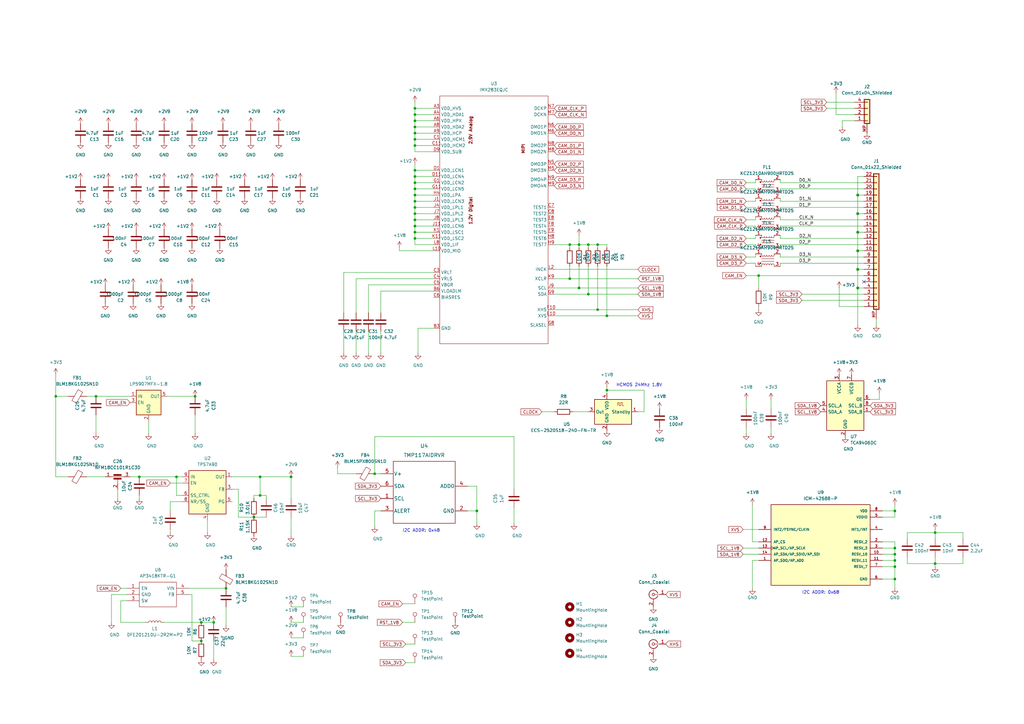
<source format=kicad_sch>
(kicad_sch (version 20231120) (generator "eeschema") (generator_version "8.0")
  (paper "A3")
  (title_block (title "OneInchEye for Raspberry Pi") (date "2023-03-19") (rev "V1.3 PVT") (comment 3 "Designed by Will Whang"))
  (lib_symbols
    (symbol "2021-03-21_22-07-02:TMP117AIDRVR" (pin_names (offset 0.254))
      (property "Reference" "U" (at 0 2.54 0))
      (property "Value" "TMP117AIDRVR" (at 0 0 0))
      (symbol "TMP117AIDRVR_1_1"
        (pin open_collector line (at -17.78 -2.54 0) (length 5.08) (name "SCL") (number "1"))
        (pin power_in line (at 17.78 -7.62 180) (length 5.08) (name "GND") (number "2"))
        (pin open_collector line (at -17.78 -7.62 0) (length 5.08) (name "ALERT") (number "3"))
        (pin input line (at 17.78 2.54 180) (length 5.08) (name "ADD0") (number "4"))
        (pin power_in line (at -17.78 7.62 0) (length 5.08) (name "V+") (number "5"))
        (pin bidirectional line (at -17.78 2.54 0) (length 5.08) (name "SDA") (number "6"))
      )
    )
    (symbol "AP3418KTR-G1:AP3418KTR-G1" (pin_names (offset 0.762))
      (property "Reference" "PS" (at 21.59 7.62 0))
      (property "Value" "AP3418KTR-G1" (at 21.59 5.08 0))
      (symbol "AP3418KTR-G1_0_0"
        (pin passive line (at 0 0 0) (length 5.08) (name "EN") (number "1"))
        (pin passive line (at 0 -2.54 0) (length 5.08) (name "GND") (number "2"))
        (pin passive line (at 0 -5.08 0) (length 5.08) (name "SW") (number "3"))
        (pin passive line (at 25.4 0 180) (length 5.08) (name "VIN") (number "4"))
        (pin passive line (at 25.4 -2.54 180) (length 5.08) (name "FB") (number "5"))
      )
    )
    (symbol "Connector:Conn_Coaxial" (pin_names (offset 1.016) hide)
      (property "Reference" "J" (at 0.254 3.048 0))
      (property "Value" "Conn_Coaxial" (at 2.921 0 90))
      (symbol "Conn_Coaxial_1_1"
        (pin passive line (at -5.08 0 0) (length 2.54) (name "In") (number "1"))
        (pin passive line (at 0 -5.08 90) (length 2.54) (name "Ext") (number "2"))
      )
    )
    (symbol "Connector:TestPoint" (pin_numbers hide) (pin_names (offset 0.762) hide)
      (property "Reference" "TP" (at 0 6.858 0))
      (property "Value" "TestPoint" (at 0 5.08 0))
      (symbol "TestPoint_1_1"
        (pin passive line (at 0 0 90) (length 2.54) (name "1") (number "1"))
      )
    )
    (symbol "Connector_Generic_Shielded:Conn_01x04_Shielded" (pin_names (offset 1.016) hide)
      (property "Reference" "J2" (at 2.54 0.0001 0))
      (property "Value" "Conn_01x04_Shielded" (at 2.54 -2.5399 0))
      (symbol "Conn_01x04_Shielded_1_1"
        (pin passive line (at -5.08 2.54 0) (length 4.064) (name "Pin_1") (number "1"))
        (pin passive line (at -5.08 0 0) (length 4.064) (name "Pin_2") (number "2"))
        (pin passive line (at -5.08 -2.54 0) (length 4.064) (name "Pin_3") (number "3"))
        (pin passive line (at -5.08 -5.08 0) (length 4.064) (name "Pin_4") (number "4"))
        (pin passive line (at 0 7.62 270) (length 3.81) (name "Shield") (number "MP"))
      )
    )
    (symbol "Connector_Generic_Shielded:Conn_01x22_Shielded" (pin_names (offset 1.016) hide)
      (property "Reference" "J?" (at 2.54 2.5401 0))
      (property "Value" "Conn_01x22_Shielded" (at 2.54 0.0001 0))
      (symbol "Conn_01x22_Shielded_1_1"
        (pin passive line (at -5.08 25.4 0) (length 4.064) (name "Pin_1") (number "1"))
        (pin passive line (at -5.08 2.54 0) (length 4.064) (name "Pin_10") (number "10"))
        (pin passive line (at -5.08 0 0) (length 4.064) (name "Pin_11") (number "11"))
        (pin passive line (at -5.08 -2.54 0) (length 4.064) (name "Pin_12") (number "12"))
        (pin passive line (at -5.08 -5.08 0) (length 4.064) (name "Pin_13") (number "13"))
        (pin passive line (at -5.08 -7.62 0) (length 4.064) (name "Pin_14") (number "14"))
        (pin passive line (at -5.08 -10.16 0) (length 4.064) (name "Pin_15") (number "15"))
        (pin passive line (at -5.08 -12.7 0) (length 4.064) (name "Pin_16") (number "16"))
        (pin passive line (at -5.08 -15.24 0) (length 4.064) (name "Pin_17") (number "17"))
        (pin passive line (at -5.08 -17.78 0) (length 4.064) (name "Pin_18") (number "18"))
        (pin passive line (at -5.08 -20.32 0) (length 4.064) (name "Pin_19") (number "19"))
        (pin passive line (at -5.08 22.86 0) (length 4.064) (name "Pin_2") (number "2"))
        (pin passive line (at -5.08 -22.86 0) (length 4.064) (name "Pin_20") (number "20"))
        (pin passive line (at -5.08 -25.4 0) (length 4.064) (name "Pin_21") (number "21"))
        (pin passive line (at -5.08 -27.94 0) (length 4.064) (name "Pin_22") (number "22"))
        (pin passive line (at -5.08 20.32 0) (length 4.064) (name "Pin_3") (number "3"))
        (pin passive line (at -5.08 17.78 0) (length 4.064) (name "Pin_4") (number "4"))
        (pin passive line (at -5.08 15.24 0) (length 4.064) (name "Pin_5") (number "5"))
        (pin passive line (at -5.08 12.7 0) (length 4.064) (name "Pin_6") (number "6"))
        (pin passive line (at -5.08 10.16 0) (length 4.064) (name "Pin_7") (number "7"))
        (pin passive line (at -5.08 7.62 0) (length 4.064) (name "Pin_8") (number "8"))
        (pin passive line (at -5.08 5.08 0) (length 4.064) (name "Pin_9") (number "9"))
        (pin passive line (at 0 30.48 270) (length 3.81) (name "Shield") (number "MP"))
      )
    )
    (symbol "Device:C" (pin_numbers hide) (pin_names (offset 0.254))
      (property "Reference" "C" (at 0.635 2.54 0))
      (property "Value" "C" (at 0.635 -2.54 0))
      (symbol "C_1_1"
        (pin passive line (at 0 3.81 270) (length 2.794) (name "~") (number "1"))
        (pin passive line (at 0 -3.81 90) (length 2.794) (name "~") (number "2"))
      )
    )
    (symbol "Device:C_Feedthrough" (pin_names (offset 0.254) hide)
      (property "Reference" "C" (at 0 7.62 0))
      (property "Value" "C_Feedthrough" (at 0 5.715 0))
      (symbol "C_Feedthrough_1_1"
        (pin passive line (at -5.08 2.54 0) (length 2.54) (name "1") (number "1"))
        (pin passive line (at 0 -2.54 90) (length 2.54) (name "2") (number "2"))
        (pin passive line (at 5.08 2.54 180) (length 2.54) (name "3") (number "3"))
      )
    )
    (symbol "Device:FerriteBead" (pin_numbers hide) (pin_names (offset 0))
      (property "Reference" "FB" (at -3.81 0.635 90))
      (property "Value" "FerriteBead" (at 3.81 0 90))
      (symbol "FerriteBead_1_1"
        (pin passive line (at 0 3.81 270) (length 2.54) (name "~") (number "1"))
        (pin passive line (at 0 -3.81 90) (length 2.54) (name "~") (number "2"))
      )
    )
    (symbol "Device:L" (pin_numbers hide) (pin_names (offset 1.016) hide)
      (property "Reference" "L" (at -1.27 0 90))
      (property "Value" "L" (at 1.905 0 90))
      (symbol "L_1_1"
        (pin passive line (at 0 3.81 270) (length 1.27) (name "1") (number "1"))
        (pin passive line (at 0 -3.81 90) (length 1.27) (name "2") (number "2"))
      )
    )
    (symbol "Device:R" (pin_numbers hide) (pin_names (offset 0))
      (property "Reference" "R" (at 2.032 0 90))
      (property "Value" "R" (at 0 0 90))
      (symbol "R_1_1"
        (pin passive line (at 0 3.81 270) (length 1.27) (name "~") (number "1"))
        (pin passive line (at 0 -3.81 90) (length 1.27) (name "~") (number "2"))
      )
    )
    (symbol "Filter_EMI_LL_1" (pin_names (offset 0.254) hide)
      (property "Reference" "FL1" (at -0.381 7.62 0))
      (property "Value" "Filter_EMI_LL_1" (at -0.381 5.08 0))
      (symbol "Filter_EMI_LL_1_1_1"
        (pin passive line (at -5.08 2.54 0) (length 2.54) (name "1") (number "1"))
        (pin passive line (at 5.08 2.54 180) (length 2.54) (name "2") (number "2"))
        (pin passive line (at 5.08 -2.54 180) (length 2.54) (name "3") (number "3"))
        (pin passive line (at -5.08 -2.54 0) (length 2.54) (name "4") (number "4"))
      )
    )
    (symbol "ICM-42688-P:ICM-42688-P" (pin_names (offset 1.016))
      (property "Reference" "U" (at -20.32 16.002 0))
      (property "Value" "ICM-42688-P" (at -20.32 -20.32 0))
      (symbol "ICM-42688-P_0_0"
        (pin bidirectional line (at -25.4 -7.62 0) (length 5.08) (name "AP_SDO/AP_AD0") (number "1"))
        (pin passive line (at 25.4 -5.08 180) (length 5.08) (name "RESV_10") (number "10"))
        (pin passive line (at 25.4 -7.62 180) (length 5.08) (name "RESV_11") (number "11"))
        (pin input line (at -25.4 0 0) (length 5.08) (name "AP_CS") (number "12"))
        (pin input clock (at -25.4 -2.54 0) (length 5.08) (name "AP_SCL/AP_SCLK") (number "13"))
        (pin bidirectional line (at -25.4 -5.08 0) (length 5.08) (name "AP_SDA/AP_SDIO/AP_SDI") (number "14"))
        (pin passive line (at 25.4 0 180) (length 5.08) (name "RESV_2") (number "2"))
        (pin passive line (at 25.4 -2.54 180) (length 5.08) (name "RESV_3") (number "3"))
        (pin output line (at 25.4 5.08 180) (length 5.08) (name "INT1/INT") (number "4"))
        (pin power_in line (at 25.4 10.16 180) (length 5.08) (name "VDDIO") (number "5"))
        (pin power_in line (at 25.4 -15.24 180) (length 5.08) (name "GND") (number "6"))
        (pin passive line (at 25.4 -10.16 180) (length 5.08) (name "RESV_7") (number "7"))
        (pin power_in line (at 25.4 12.7 180) (length 5.08) (name "VDD") (number "8"))
        (pin bidirectional line (at -25.4 5.08 0) (length 5.08) (name "INT2/FSYNC/CLKIN") (number "9"))
      )
    )
    (symbol "IMX283:IMX283EQJC"
      (property "Reference" "U" (at 0 -11.43 0))
      (property "Value" "IMX283EQJC" (at 0 -13.97 0))
      (symbol "IMX283EQJC_0_0"
        (text "1.2V Digital" (at -10.16 -5.08 900) (effects (font (size 1.27 1.27) (bold yes))))
        (text "2.9V Analog" (at -10.16 27.94 900) (effects (font (size 1.27 1.27) (bold yes))))
        (text "MIPI" (at 11.43 20.32 900) (effects (font (size 1.27 1.27) (bold yes))))
      )
      (symbol "IMX283EQJC_1_1"
        (pin input line (at -25.4 36.83 0) (length 2.54) (name "VDD_HVS") (number "A3"))
        (pin input line (at -25.4 34.29 0) (length 2.54) (name "VDD_HDA1") (number "A4"))
        (pin input line (at -25.4 31.75 0) (length 2.54) (name "VDD_HPX") (number "A6"))
        (pin input line (at -25.4 29.21 0) (length 2.54) (name "VDD_HDA2") (number "A8"))
        (pin input line (at -25.4 26.67 0) (length 2.54) (name "VDD_HCP") (number "A9"))
        (pin input line (at -25.4 -53.34 0) (length 2.54) (name "GND") (number "B3"))
        (pin input line (at -25.4 -53.34 0) (length 2.54) hide (name "GND2") (number "B4"))
        (pin input line (at -25.4 -53.34 0) (length 2.54) hide (name "GND3") (number "B5"))
        (pin output line (at -25.4 -38.1 0) (length 2.54) (name "VLOADLM") (number "B6"))
        (pin input line (at -25.4 -53.34 0) (length 2.54) hide (name "GND4") (number "B7"))
        (pin input line (at -25.4 -53.34 0) (length 2.54) hide (name "GND5") (number "B8"))
        (pin input line (at -25.4 -53.34 0) (length 2.54) hide (name "GND6") (number "B9"))
        (pin input line (at -25.4 24.13 0) (length 2.54) (name "VDD_HCM1") (number "C1"))
        (pin input line (at -25.4 -53.34 0) (length 2.54) hide (name "GND7") (number "C10"))
        (pin input line (at -25.4 21.59 0) (length 2.54) (name "VDD_HCM2") (number "C11"))
        (pin input line (at -25.4 -53.34 0) (length 2.54) hide (name "GND8") (number "C2"))
        (pin output line (at -25.4 -30.48 0) (length 2.54) (name "VRLT") (number "C3"))
        (pin output line (at -25.4 -33.02 0) (length 2.54) (name "VRLS") (number "C4"))
        (pin output line (at -25.4 -35.56 0) (length 2.54) (name "VBGR") (number "C5"))
        (pin output line (at -25.4 -40.64 0) (length 2.54) (name "BIASRES") (number "C6"))
        (pin output line (at 24.13 -3.81 180) (length 2.54) (name "TEST1") (number "C7"))
        (pin output line (at 24.13 -6.35 180) (length 2.54) (name "TEST2") (number "C8"))
        (pin input line (at -25.4 11.43 0) (length 2.54) (name "VDD_LCN1") (number "D1"))
        (pin input line (at -25.4 -53.34 0) (length 2.54) hide (name "GND10") (number "D10"))
        (pin input line (at -25.4 8.89 0) (length 2.54) (name "VDD_LCN4") (number "D11"))
        (pin input line (at -25.4 -53.34 0) (length 2.54) hide (name "GND9") (number "D2"))
        (pin input line (at -25.4 19.05 0) (length 2.54) (name "VDD_SUB") (number "D9"))
        (pin input line (at 24.13 -48.26 180) (length 2.54) (name "XVS") (number "E10"))
        (pin input line (at 24.13 -8.89 180) (length 2.54) (name "TEST3") (number "E8"))
        (pin input line (at 24.13 -45.72 180) (length 2.54) (name "XHS") (number "F10"))
        (pin input line (at 24.13 -11.43 180) (length 2.54) (name "TEST4") (number "F8"))
        (pin input line (at 24.13 -13.97 180) (length 2.54) (name "TEST5") (number "F9"))
        (pin input line (at -25.4 6.35 0) (length 2.54) (name "VDD_LCN2") (number "G1"))
        (pin input line (at -25.4 -53.34 0) (length 2.54) hide (name "GND12") (number "G10"))
        (pin input line (at -25.4 3.81 0) (length 2.54) (name "VDD_LCN5") (number "G11"))
        (pin input line (at -25.4 -53.34 0) (length 2.54) hide (name "GND11") (number "G2"))
        (pin input line (at 24.13 -52.07 180) (length 2.54) (name "SLASEL") (number "G8"))
        (pin input line (at 24.13 -39.37 180) (length 2.54) (name "SDA") (number "G9"))
        (pin input line (at -25.4 -53.34 0) (length 2.54) hide (name "GND15") (number "H10"))
        (pin input line (at -25.4 -53.34 0) (length 2.54) hide (name "GND13") (number "H2"))
        (pin input line (at -25.4 -53.34 0) (length 2.54) hide (name "GND14") (number "H3"))
        (pin input line (at -25.4 1.27 0) (length 2.54) (name "VDD_LPA") (number "H4"))
        (pin input line (at 24.13 -16.51 180) (length 2.54) (name "TEST6") (number "H8"))
        (pin input line (at 24.13 -19.05 180) (length 2.54) (name "TEST7") (number "H9"))
        (pin input line (at -25.4 -1.27 0) (length 2.54) (name "VDD_LCN3") (number "J1"))
        (pin input line (at -25.4 -53.34 0) (length 2.54) hide (name "GND17") (number "J10"))
        (pin input line (at -25.4 -11.43 0) (length 2.54) (name "VDD_LCN6") (number "J11"))
        (pin input line (at -25.4 -53.34 0) (length 2.54) hide (name "GND16") (number "J2"))
        (pin input line (at -25.4 -3.81 0) (length 2.54) (name "VDD_LPL1") (number "J4"))
        (pin input line (at -25.4 -6.35 0) (length 2.54) (name "VDD_LPL2") (number "J7"))
        (pin input line (at -25.4 -8.89 0) (length 2.54) (name "VDD_LPL3") (number "J8"))
        (pin input line (at 24.13 -36.83 180) (length 2.54) (name "SCL") (number "J9"))
        (pin input line (at -25.4 -13.97 0) (length 2.54) (name "VDD_LSC1") (number "K1"))
        (pin input line (at -25.4 -53.34 0) (length 2.54) hide (name "GND22") (number "K10"))
        (pin input line (at -25.4 -16.51 0) (length 2.54) (name "VDD_LSC2") (number "K11"))
        (pin input line (at -25.4 -53.34 0) (length 2.54) hide (name "GND18") (number "K2"))
        (pin input line (at -25.4 -53.34 0) (length 2.54) hide (name "GND19") (number "K4"))
        (pin input line (at -25.4 -53.34 0) (length 2.54) hide (name "GND20") (number "K7"))
        (pin input line (at -25.4 -53.34 0) (length 2.54) hide (name "GND21") (number "K8"))
        (pin input line (at 24.13 -33.02 180) (length 2.54) (name "XCLR") (number "K9"))
        (pin input line (at -25.4 -21.59 0) (length 2.54) (name "VDD_MIO") (number "L10"))
        (pin input line (at 24.13 -29.21 180) (length 2.54) (name "INCK") (number "L2"))
        (pin input line (at -25.4 -53.34 0) (length 2.54) hide (name "GND23") (number "L7"))
        (pin input line (at -25.4 -19.05 0) (length 2.54) (name "VDD_LIF") (number "L8"))
        (pin input line (at -25.4 -53.34 0) (length 2.54) hide (name "GND24") (number "L9"))
        (pin output line (at 24.13 11.43 180) (length 2.54) (name "DMO3N") (number "M5"))
        (pin output line (at 24.13 26.67 180) (length 2.54) (name "DMO1N") (number "M6"))
        (pin output line (at 24.13 34.29 180) (length 2.54) (name "DCKN") (number "M7"))
        (pin output line (at 24.13 19.05 180) (length 2.54) (name "DMO2N") (number "M8"))
        (pin output line (at 24.13 5.08 180) (length 2.54) (name "DMO4N") (number "M9"))
        (pin input line (at -25.4 -53.34 0) (length 2.54) hide (name "GND25") (number "N4"))
        (pin output line (at 24.13 13.97 180) (length 2.54) (name "DMO3P") (number "N5"))
        (pin output line (at 24.13 29.21 180) (length 2.54) (name "DMO1P") (number "N6"))
        (pin output line (at 24.13 36.83 180) (length 2.54) (name "DCKP") (number "N7"))
        (pin output line (at 24.13 21.59 180) (length 2.54) (name "DMO2P") (number "N8"))
        (pin output line (at 24.13 7.62 180) (length 2.54) (name "DMO4P") (number "N9"))
      )
    )
    (symbol "Interface:TCA9406DC"
      (property "Reference" "U" (at -7.62 11.43 0))
      (property "Value" "TCA9406DC" (at 5.08 11.43 0))
      (symbol "TCA9406DC_1_1"
        (pin bidirectional line (at 10.16 -2.54 180) (length 2.54) (name "SDA_B") (number "1"))
        (pin power_in line (at 0 -12.7 90) (length 2.54) (name "GND") (number "2"))
        (pin power_in line (at -2.54 12.7 270) (length 2.54) (name "VCCA") (number "3"))
        (pin bidirectional line (at -10.16 -2.54 0) (length 2.54) (name "SDA_A") (number "4"))
        (pin bidirectional line (at -10.16 0 0) (length 2.54) (name "SCL_A") (number "5"))
        (pin input line (at 10.16 2.54 180) (length 2.54) (name "OE") (number "6"))
        (pin power_in line (at 2.54 12.7 270) (length 2.54) (name "VCCB") (number "7"))
        (pin bidirectional line (at 10.16 0 180) (length 2.54) (name "SCL_B") (number "8"))
      )
    )
    (symbol "Mechanical:MountingHole" (pin_names (offset 1.016))
      (property "Reference" "H" (at 0 5.08 0))
      (property "Value" "MountingHole" (at 0 3.175 0))
    )
    (symbol "Oscillator:ASDMB-xxxMHz"
      (property "Reference" "U" (at -6.35 6.35 0))
      (property "Value" "ASDMB-xxxMHz" (at 11.43 6.35 0))
      (symbol "ASDMB-xxxMHz_1_1"
        (pin input line (at -10.16 0 0) (length 2.54) (name "Standby") (number "1"))
        (pin power_in line (at 2.54 -7.62 90) (length 2.54) (name "GND") (number "2"))
        (pin output line (at 10.16 0 180) (length 2.54) (name "Out") (number "3"))
        (pin power_in line (at 2.54 7.62 270) (length 2.54) (name "VDD") (number "4"))
      )
    )
    (symbol "Regulator_Linear:LP5907MFX-1.8"
      (property "Reference" "U" (at -3.81 6.35 0))
      (property "Value" "LP5907MFX-1.8" (at 6.35 6.35 0))
      (symbol "LP5907MFX-1.8_0_1"
        (pin power_in line (at -7.62 2.54 0) (length 2.54) (name "IN") (number "1"))
        (pin power_in line (at 0 -7.62 90) (length 2.54) (name "GND") (number "2"))
        (pin input line (at -7.62 0 0) (length 2.54) (name "EN") (number "3"))
        (pin no_connect line (at 5.08 0 180) (length 2.54) hide (name "NC") (number "4"))
        (pin power_out line (at 7.62 2.54 180) (length 2.54) (name "OUT") (number "5"))
      )
    )
    (symbol "Regulator_Linear:TPS7A90"
      (property "Reference" "U" (at -6.35 11.43 0))
      (property "Value" "TPS7A90" (at 3.81 11.43 0))
      (symbol "TPS7A90_1_1"
        (pin power_out line (at 10.16 7.62 180) (length 2.54) (name "OUT") (number "1"))
        (pin passive line (at -10.16 7.62 0) (length 2.54) hide (name "IN") (number "10"))
        (pin passive line (at 0 -10.16 90) (length 2.54) hide (name "GND") (number "11"))
        (pin passive line (at 10.16 7.62 180) (length 2.54) hide (name "OUT") (number "2"))
        (pin input line (at 10.16 2.54 180) (length 2.54) (name "FB") (number "3"))
        (pin power_in line (at 0 -10.16 90) (length 2.54) (name "GND") (number "4"))
        (pin open_collector line (at 10.16 -2.54 180) (length 2.54) (name "PG") (number "5"))
        (pin input line (at -10.16 0 0) (length 2.54) (name "SS_CTRL") (number "6"))
        (pin input line (at -10.16 5.08 0) (length 2.54) (name "EN") (number "7"))
        (pin passive line (at -10.16 -2.54 0) (length 2.54) (name "NR/SS") (number "8"))
        (pin power_in line (at -10.16 7.62 0) (length 2.54) (name "IN") (number "9"))
      )
    )
    (symbol "power:+1V2" (power) (pin_names (offset 0))
      (property "Value" "+1V2" (at 0 3.556 0))
      (symbol "+1V2_1_1"
        (pin power_in line (at 0 0 90) (length 0) hide (name "+1V2") (number "1"))
      )
    )
    (symbol "power:+1V8" (power) (pin_names (offset 0))
      (property "Value" "+1V8" (at 0 3.556 0))
      (symbol "+1V8_1_1"
        (pin power_in line (at 0 0 90) (length 0) hide (name "+1V8") (number "1"))
      )
    )
    (symbol "power:+2V9" (power) (pin_names (offset 0))
      (property "Value" "+2V9" (at 0 3.556 0))
      (symbol "+2V9_1_1"
        (pin power_in line (at 0 0 90) (length 0) hide (name "+2V9") (number "1"))
      )
    )
    (symbol "power:+3.3V" (power) (pin_names (offset 0))
      (property "Value" "+3.3V" (at 0 3.556 0))
      (symbol "+3.3V_1_1"
        (pin power_in line (at 0 0 90) (length 0) hide (name "+3V3") (number "1"))
      )
    )
    (symbol "power:GND" (power) (pin_names (offset 0))
      (property "Value" "GND" (at 0 -3.81 0))
      (symbol "GND_1_1"
        (pin power_in line (at 0 0 270) (length 0) hide (name "GND") (number "1"))
      )
    )
  )
  (junction (at 233.68 100.33))
  (junction (at 170.18 52.07))
  (junction (at 170.18 97.79))
  (junction (at 82.55 255.27))
  (junction (at 241.3 100.33))
  (junction (at 241.3 120.65))
  (junction (at 153.67 194.31))
  (junction (at 383.54 218.44))
  (junction (at 170.18 59.69))
  (junction (at 311.15 113.03))
  (junction (at 170.18 77.47))
  (junction (at 106.68 203.2))
  (junction (at 170.18 74.93))
  (junction (at 170.18 69.85))
  (junction (at 170.18 80.01))
  (junction (at 170.18 72.39))
  (junction (at 170.18 95.25))
  (junction (at 233.68 114.3))
  (junction (at 92.71 241.3))
  (junction (at 367.03 229.87))
  (junction (at 351.79 80.01) (diameter 1.016))
  (junction (at 367.03 224.79))
  (junction (at 104.14 212.09))
  (junction (at 170.18 90.17))
  (junction (at 367.03 227.33))
  (junction (at 351.79 95.25) (diameter 1.016))
  (junction (at 383.54 231.14))
  (junction (at 351.79 102.87) (diameter 1.016))
  (junction (at 80.01 162.56))
  (junction (at 170.18 87.63))
  (junction (at 170.18 57.15))
  (junction (at 237.49 100.33))
  (junction (at 87.63 255.27))
  (junction (at 367.03 232.41))
  (junction (at 351.79 118.11) (diameter 1.016))
  (junction (at 245.11 100.33))
  (junction (at 170.18 46.99))
  (junction (at 170.18 49.53))
  (junction (at 351.79 110.49) (diameter 1.016))
  (junction (at 170.18 44.45))
  (junction (at 22.86 162.56))
  (junction (at 170.18 54.61))
  (junction (at 170.18 92.71))
  (junction (at 351.79 87.63) (diameter 1.016))
  (junction (at 72.39 195.58))
  (junction (at 367.03 209.55))
  (junction (at 170.18 82.55))
  (junction (at 367.03 237.49))
  (junction (at 195.58 209.55))
  (junction (at 106.68 195.58))
  (junction (at 248.92 129.54))
  (junction (at 245.11 127))
  (junction (at 237.49 118.11))
  (junction (at 39.37 162.56))
  (junction (at 170.18 85.09))
  (junction (at 248.92 160.02))
  (junction (at 57.15 195.58))
  (junction (at 119.38 195.58))
  (junction (at 82.55 262.89))
  (no_connect (at 354.33 115.57))
  (wire (pts (xy 372.11 228.6) (xy 372.11 231.14)))
  (wire (pts (xy 22.86 153.67) (xy 22.86 162.56)))
  (wire (pts (xy 383.54 218.44) (xy 383.54 220.98)))
  (wire (pts (xy 82.55 255.27) (xy 87.63 255.27)))
  (wire (pts (xy 153.67 179.07) (xy 153.67 194.31)))
  (wire (pts (xy 170.18 57.15) (xy 170.18 54.61)))
  (wire (pts (xy 67.31 255.27) (xy 82.55 255.27)))
  (wire (pts (xy 68.58 162.56) (xy 80.01 162.56)))
  (wire (pts (xy 372.11 220.98) (xy 372.11 218.44)))
  (wire (pts (xy 156.21 119.38) (xy 156.21 128.27)))
  (wire (pts (xy 316.23 163.83) (xy 316.23 167.64)))
  (wire (pts (xy 72.39 195.58) (xy 72.39 203.2)))
  (wire (pts (xy 146.05 135.89) (xy 146.05 144.78)))
  (wire (pts (xy 351.79 72.39) (xy 351.79 80.01)))
  (wire (pts (xy 140.97 111.76) (xy 140.97 128.27)))
  (wire (pts (xy 170.18 87.63) (xy 177.8 87.63)))
  (wire (pts (xy 350.52 49.53) (xy 345.44 49.53)))
  (wire (pts (xy 383.54 217.17) (xy 383.54 218.44)))
  (wire (pts (xy 311.15 229.87) (xy 308.61 229.87)))
  (wire (pts (xy 170.18 49.53) (xy 170.18 46.99)))
  (wire (pts (xy 248.92 101.6) (xy 248.92 100.33)))
  (wire (pts (xy 156.21 194.31) (xy 153.67 194.31)))
  (wire (pts (xy 227.33 100.33) (xy 233.68 100.33)))
  (wire (pts (xy 306.07 85.09) (xy 309.88 85.09)))
  (wire (pts (xy 237.49 100.33) (xy 237.49 101.6)))
  (wire (pts (xy 320.04 107.95) (xy 320.04 109.22)))
  (wire (pts (xy 195.58 209.55) (xy 195.58 214.63)))
  (wire (pts (xy 320.04 105.41) (xy 320.04 104.14)))
  (wire (pts (xy 45.72 243.84) (xy 52.07 243.84)))
  (wire (pts (xy 170.18 49.53) (xy 177.8 49.53)))
  (wire (pts (xy 227.33 127) (xy 245.11 127)))
  (wire (pts (xy 351.79 87.63) (xy 351.79 95.25)))
  (wire (pts (xy 367.03 212.09) (xy 367.03 209.55)))
  (wire (pts (xy 69.85 198.12) (xy 74.93 198.12)))
  (wire (pts (xy 171.45 134.62) (xy 171.45 144.78)))
  (wire (pts (xy 170.18 80.01) (xy 177.8 80.01)))
  (wire (pts (xy 361.95 222.25) (xy 367.03 222.25)))
  (wire (pts (xy 233.68 109.22) (xy 233.68 114.3)))
  (wire (pts (xy 163.83 102.87) (xy 177.8 102.87)))
  (wire (pts (xy 69.85 205.74) (xy 74.93 205.74)))
  (wire (pts (xy 311.15 113.03) (xy 354.33 113.03)))
  (wire (pts (xy 195.58 199.39) (xy 195.58 209.55)))
  (wire (pts (xy 45.72 243.84) (xy 45.72 255.27)))
  (wire (pts (xy 170.18 52.07) (xy 177.8 52.07)))
  (wire (pts (xy 311.15 125.73) (xy 311.15 127)))
  (wire (pts (xy 177.8 62.23) (xy 170.18 62.23)))
  (wire (pts (xy 309.88 97.79) (xy 309.88 96.52)))
  (wire (pts (xy 351.79 110.49) (xy 354.33 110.49)))
  (wire (pts (xy 394.97 218.44) (xy 394.97 220.98)))
  (wire (pts (xy 170.18 95.25) (xy 170.18 92.71)))
  (wire (pts (xy 210.82 208.28) (xy 210.82 214.63)))
  (wire (pts (xy 170.18 69.85) (xy 170.18 67.31)))
  (wire (pts (xy 237.49 100.33) (xy 241.3 100.33)))
  (wire (pts (xy 53.34 195.58) (xy 57.15 195.58)))
  (wire (pts (xy 49.53 255.27) (xy 59.69 255.27)))
  (wire (pts (xy 351.79 80.01) (xy 354.33 80.01)))
  (wire (pts (xy 170.18 54.61) (xy 177.8 54.61)))
  (wire (pts (xy 72.39 195.58) (xy 74.93 195.58)))
  (wire (pts (xy 328.93 120.65) (xy 354.33 120.65)))
  (wire (pts (xy 35.56 195.58) (xy 43.18 195.58)))
  (wire (pts (xy 106.68 195.58) (xy 119.38 195.58)))
  (wire (pts (xy 308.61 222.25) (xy 311.15 222.25)))
  (wire (pts (xy 138.43 194.31) (xy 146.05 194.31)))
  (wire (pts (xy 306.07 74.93) (xy 309.88 74.93)))
  (wire (pts (xy 248.92 109.22) (xy 248.92 129.54)))
  (wire (pts (xy 309.88 82.55) (xy 309.88 81.28)))
  (wire (pts (xy 354.33 72.39) (xy 351.79 72.39)))
  (wire (pts (xy 351.79 118.11) (xy 351.79 133.35)))
  (wire (pts (xy 309.88 88.9) (xy 309.88 90.17)))
  (wire (pts (xy 140.97 135.89) (xy 140.97 144.78)))
  (wire (pts (xy 151.13 135.89) (xy 151.13 144.78)))
  (wire (pts (xy 309.88 100.33) (xy 309.88 101.6)))
  (wire (pts (xy 77.47 241.3) (xy 92.71 241.3)))
  (wire (pts (xy 351.79 95.25) (xy 354.33 95.25)))
  (wire (pts (xy 52.07 241.3) (xy 49.53 241.3)))
  (wire (pts (xy 309.88 109.22) (xy 309.88 107.95)))
  (wire (pts (xy 146.05 114.3) (xy 146.05 128.27)))
  (wire (pts (xy 351.79 102.87) (xy 354.33 102.87)))
  (wire (pts (xy 85.09 213.36) (xy 85.09 218.44)))
  (wire (pts (xy 227.33 120.65) (xy 241.3 120.65)))
  (wire (pts (xy 170.18 90.17) (xy 177.8 90.17)))
  (wire (pts (xy 156.21 209.55) (xy 153.67 209.55)))
  (wire (pts (xy 39.37 162.56) (xy 53.34 162.56)))
  (wire (pts (xy 304.8 224.79) (xy 311.15 224.79)))
  (wire (pts (xy 165.1 255.27) (xy 170.18 255.27)))
  (wire (pts (xy 210.82 179.07) (xy 210.82 200.66)))
  (wire (pts (xy 306.07 163.83) (xy 306.07 167.64)))
  (wire (pts (xy 177.8 134.62) (xy 171.45 134.62)))
  (wire (pts (xy 22.86 162.56) (xy 22.86 195.58)))
  (wire (pts (xy 49.53 246.38) (xy 49.53 255.27)))
  (wire (pts (xy 344.17 118.11) (xy 344.17 125.73)))
  (wire (pts (xy 320.04 92.71) (xy 320.04 93.98)))
  (wire (pts (xy 361.95 232.41) (xy 367.03 232.41)))
  (wire (pts (xy 354.33 125.73) (xy 344.17 125.73)))
  (wire (pts (xy 48.26 200.66) (xy 48.26 204.47)))
  (wire (pts (xy 245.11 127) (xy 261.62 127)))
  (wire (pts (xy 320.04 90.17) (xy 354.33 90.17)))
  (wire (pts (xy 261.62 168.91) (xy 264.16 168.91)))
  (wire (pts (xy 104.14 203.2) (xy 106.68 203.2)))
  (wire (pts (xy 304.8 217.17) (xy 311.15 217.17)))
  (wire (pts (xy 351.79 87.63) (xy 354.33 87.63)))
  (wire (pts (xy 383.54 231.14) (xy 394.97 231.14)))
  (wire (pts (xy 191.77 209.55) (xy 195.58 209.55)))
  (wire (pts (xy 339.09 41.91) (xy 350.52 41.91)))
  (wire (pts (xy 234.95 168.91) (xy 241.3 168.91)))
  (wire (pts (xy 383.54 231.14) (xy 383.54 232.41)))
  (wire (pts (xy 309.88 85.09) (xy 309.88 86.36)))
  (wire (pts (xy 177.8 119.38) (xy 156.21 119.38)))
  (wire (pts (xy 170.18 100.33) (xy 170.18 97.79)))
  (wire (pts (xy 74.93 203.2) (xy 72.39 203.2)))
  (wire (pts (xy 57.15 195.58) (xy 72.39 195.58)))
  (wire (pts (xy 306.07 100.33) (xy 309.88 100.33)))
  (wire (pts (xy 367.03 229.87) (xy 367.03 232.41)))
  (wire (pts (xy 311.15 113.03) (xy 311.15 118.11)))
  (wire (pts (xy 241.3 109.22) (xy 241.3 120.65)))
  (wire (pts (xy 306.07 92.71) (xy 309.88 92.71)))
  (wire (pts (xy 191.77 199.39) (xy 195.58 199.39)))
  (wire (pts (xy 104.14 212.09) (xy 109.22 212.09)))
  (wire (pts (xy 95.25 195.58) (xy 106.68 195.58)))
  (wire (pts (xy 170.18 69.85) (xy 177.8 69.85)))
  (wire (pts (xy 351.79 80.01) (xy 351.79 87.63)))
  (wire (pts (xy 361.95 212.09) (xy 367.03 212.09)))
  (wire (pts (xy 222.25 168.91) (xy 227.33 168.91)))
  (wire (pts (xy 106.68 203.2) (xy 109.22 203.2)))
  (wire (pts (xy 306.07 107.95) (xy 309.88 107.95)))
  (wire (pts (xy 170.18 46.99) (xy 177.8 46.99)))
  (wire (pts (xy 170.18 90.17) (xy 170.18 87.63)))
  (wire (pts (xy 320.04 77.47) (xy 354.33 77.47)))
  (wire (pts (xy 320.04 85.09) (xy 320.04 86.36)))
  (wire (pts (xy 304.8 227.33) (xy 311.15 227.33)))
  (wire (pts (xy 350.52 46.99) (xy 342.9 46.99)))
  (wire (pts (xy 170.18 72.39) (xy 177.8 72.39)))
  (wire (pts (xy 170.18 82.55) (xy 170.18 80.01)))
  (wire (pts (xy 165.1 247.65) (xy 170.18 247.65)))
  (wire (pts (xy 170.18 92.71) (xy 170.18 90.17)))
  (wire (pts (xy 309.88 77.47) (xy 309.88 78.74)))
  (wire (pts (xy 78.74 243.84) (xy 77.47 243.84)))
  (wire (pts (xy 227.33 110.49) (xy 261.62 110.49)))
  (wire (pts (xy 170.18 92.71) (xy 177.8 92.71)))
  (wire (pts (xy 119.38 248.92) (xy 124.46 248.92)))
  (wire (pts (xy 119.38 212.09) (xy 119.38 219.71)))
  (wire (pts (xy 57.15 203.2) (xy 57.15 204.47)))
  (wire (pts (xy 170.18 59.69) (xy 177.8 59.69)))
  (wire (pts (xy 170.18 46.99) (xy 170.18 44.45)))
  (wire (pts (xy 233.68 114.3) (xy 261.62 114.3)))
  (wire (pts (xy 345.44 49.53) (xy 345.44 52.07)))
  (wire (pts (xy 170.18 82.55) (xy 177.8 82.55)))
  (wire (pts (xy 356.87 163.83) (xy 360.68 163.83)))
  (wire (pts (xy 170.18 97.79) (xy 170.18 95.25)))
  (wire (pts (xy 170.18 44.45) (xy 177.8 44.45)))
  (wire (pts (xy 241.3 120.65) (xy 261.62 120.65)))
  (wire (pts (xy 97.79 212.09) (xy 104.14 212.09)))
  (wire (pts (xy 306.07 113.03) (xy 311.15 113.03)))
  (wire (pts (xy 170.18 97.79) (xy 177.8 97.79)))
  (wire (pts (xy 35.56 162.56) (xy 39.37 162.56)))
  (wire (pts (xy 170.18 85.09) (xy 177.8 85.09)))
  (wire (pts (xy 320.04 74.93) (xy 354.33 74.93)))
  (wire (pts (xy 309.88 92.71) (xy 309.88 93.98)))
  (wire (pts (xy 245.11 100.33) (xy 241.3 100.33)))
  (wire (pts (xy 227.33 118.11) (xy 237.49 118.11)))
  (wire (pts (xy 170.18 59.69) (xy 170.18 57.15)))
  (wire (pts (xy 248.92 129.54) (xy 261.62 129.54)))
  (wire (pts (xy 106.68 195.58) (xy 106.68 203.2)))
  (wire (pts (xy 361.95 237.49) (xy 367.03 237.49)))
  (wire (pts (xy 153.67 209.55) (xy 153.67 215.9)))
  (wire (pts (xy 109.22 203.2) (xy 109.22 204.47)))
  (wire (pts (xy 22.86 162.56) (xy 27.94 162.56)))
  (wire (pts (xy 39.37 170.18) (xy 39.37 177.8)))
  (wire (pts (xy 245.11 109.22) (xy 245.11 127)))
  (wire (pts (xy 394.97 231.14) (xy 394.97 228.6)))
  (wire (pts (xy 264.16 160.02) (xy 248.92 160.02)))
  (wire (pts (xy 151.13 116.84) (xy 177.8 116.84)))
  (wire (pts (xy 166.37 271.78) (xy 170.18 271.78)))
  (wire (pts (xy 170.18 52.07) (xy 170.18 49.53)))
  (wire (pts (xy 170.18 77.47) (xy 170.18 74.93)))
  (wire (pts (xy 248.92 158.75) (xy 248.92 160.02)))
  (wire (pts (xy 309.88 74.93) (xy 309.88 73.66)))
  (wire (pts (xy 233.68 101.6) (xy 233.68 100.33)))
  (wire (pts (xy 170.18 100.33) (xy 177.8 100.33)))
  (wire (pts (xy 320.04 74.93) (xy 320.04 73.66)))
  (wire (pts (xy 95.25 200.66) (xy 97.79 200.66)))
  (wire (pts (xy 170.18 44.45) (xy 170.18 41.91)))
  (wire (pts (xy 237.49 96.52) (xy 237.49 100.33)))
  (wire (pts (xy 119.38 255.27) (xy 124.46 255.27)))
  (wire (pts (xy 306.07 175.26) (xy 306.07 177.8)))
  (wire (pts (xy 104.14 204.47) (xy 104.14 203.2)))
  (wire (pts (xy 248.92 160.02) (xy 248.92 161.29)))
  (wire (pts (xy 119.38 269.24) (xy 124.46 269.24)))
  (wire (pts (xy 177.8 111.76) (xy 140.97 111.76)))
  (wire (pts (xy 170.18 74.93) (xy 170.18 72.39)))
  (wire (pts (xy 383.54 218.44) (xy 394.97 218.44)))
  (wire (pts (xy 361.95 229.87) (xy 367.03 229.87)))
  (wire (pts (xy 69.85 217.17) (xy 69.85 218.44)))
  (wire (pts (xy 166.37 264.16) (xy 170.18 264.16)))
  (wire (pts (xy 245.11 101.6) (xy 245.11 100.33)))
  (wire (pts (xy 80.01 170.18) (xy 80.01 177.8)))
  (wire (pts (xy 367.03 227.33) (xy 367.03 229.87)))
  (wire (pts (xy 78.74 262.89) (xy 82.55 262.89)))
  (wire (pts (xy 308.61 229.87) (xy 308.61 241.3)))
  (wire (pts (xy 306.07 105.41) (xy 309.88 105.41)))
  (wire (pts (xy 320.04 82.55) (xy 320.04 81.28)))
  (wire (pts (xy 342.9 46.99) (xy 342.9 38.1)))
  (wire (pts (xy 170.18 95.25) (xy 177.8 95.25)))
  (wire (pts (xy 153.67 179.07) (xy 210.82 179.07)))
  (wire (pts (xy 361.95 227.33) (xy 367.03 227.33)))
  (wire (pts (xy 119.38 195.58) (xy 119.38 204.47)))
  (wire (pts (xy 383.54 228.6) (xy 383.54 231.14)))
  (wire (pts (xy 87.63 262.89) (xy 87.63 270.51)))
  (wire (pts (xy 351.79 95.25) (xy 351.79 102.87)))
  (wire (pts (xy 367.03 232.41) (xy 367.03 237.49)))
  (wire (pts (xy 170.18 80.01) (xy 170.18 77.47)))
  (wire (pts (xy 22.86 195.58) (xy 27.94 195.58)))
  (wire (pts (xy 97.79 200.66) (xy 97.79 212.09)))
  (wire (pts (xy 52.07 246.38) (xy 49.53 246.38)))
  (wire (pts (xy 320.04 92.71) (xy 354.33 92.71)))
  (wire (pts (xy 367.03 237.49) (xy 367.03 241.3)))
  (wire (pts (xy 151.13 128.27) (xy 151.13 116.84)))
  (wire (pts (xy 237.49 109.22) (xy 237.49 118.11)))
  (wire (pts (xy 306.07 90.17) (xy 309.88 90.17)))
  (wire (pts (xy 233.68 100.33) (xy 237.49 100.33)))
  (wire (pts (xy 170.18 72.39) (xy 170.18 69.85)))
  (wire (pts (xy 241.3 100.33) (xy 241.3 101.6)))
  (wire (pts (xy 170.18 87.63) (xy 170.18 85.09)))
  (wire (pts (xy 320.04 88.9) (xy 320.04 90.17)))
  (wire (pts (xy 351.79 110.49) (xy 351.79 118.11)))
  (wire (pts (xy 170.18 54.61) (xy 170.18 52.07)))
  (wire (pts (xy 320.04 100.33) (xy 320.04 101.6)))
  (wire (pts (xy 360.68 163.83) (xy 360.68 161.29)))
  (wire (pts (xy 372.11 231.14) (xy 383.54 231.14)))
  (wire (pts (xy 227.33 114.3) (xy 233.68 114.3)))
  (wire (pts (xy 227.33 129.54) (xy 248.92 129.54)))
  (wire (pts (xy 339.09 44.45) (xy 350.52 44.45)))
  (wire (pts (xy 237.49 118.11) (xy 261.62 118.11)))
  (wire (pts (xy 328.93 123.19) (xy 354.33 123.19)))
  (wire (pts (xy 320.04 100.33) (xy 354.33 100.33)))
  (wire (pts (xy 361.95 209.55) (xy 367.03 209.55)))
  (wire (pts (xy 367.03 222.25) (xy 367.03 224.79)))
  (wire (pts (xy 320.04 85.09) (xy 354.33 85.09)))
  (wire (pts (xy 92.71 248.92) (xy 92.71 256.54)))
  (wire (pts (xy 320.04 82.55) (xy 354.33 82.55)))
  (wire (pts (xy 60.96 172.72) (xy 60.96 177.8)))
  (wire (pts (xy 170.18 77.47) (xy 177.8 77.47)))
  (wire (pts (xy 320.04 97.79) (xy 354.33 97.79)))
  (wire (pts (xy 156.21 135.89) (xy 156.21 144.78)))
  (wire (pts (xy 351.79 118.11) (xy 354.33 118.11)))
  (wire (pts (xy 306.07 82.55) (xy 309.88 82.55)))
  (wire (pts (xy 367.03 224.79) (xy 367.03 227.33)))
  (wire (pts (xy 316.23 175.26) (xy 316.23 177.8)))
  (wire (pts (xy 320.04 96.52) (xy 320.04 97.79)))
  (wire (pts (xy 372.11 218.44) (xy 383.54 218.44)))
  (wire (pts (xy 367.03 209.55) (xy 367.03 207.01)))
  (wire (pts (xy 306.07 77.47) (xy 309.88 77.47)))
  (wire (pts (xy 359.41 130.81) (xy 359.41 133.35)))
  (wire (pts (xy 351.79 102.87) (xy 351.79 110.49)))
  (wire (pts (xy 308.61 207.01) (xy 308.61 222.25)))
  (wire (pts (xy 320.04 77.47) (xy 320.04 78.74)))
  (wire (pts (xy 264.16 168.91) (xy 264.16 160.02)))
  (wire (pts (xy 320.04 105.41) (xy 354.33 105.41)))
  (wire (pts (xy 78.74 262.89) (xy 78.74 243.84)))
  (wire (pts (xy 309.88 105.41) (xy 309.88 104.14)))
  (wire (pts (xy 163.83 102.87) (xy 163.83 101.6)))
  (wire (pts (xy 170.18 74.93) (xy 177.8 74.93)))
  (wire (pts (xy 306.07 97.79) (xy 309.88 97.79)))
  (wire (pts (xy 119.38 261.62) (xy 124.46 261.62)))
  (wire (pts (xy 170.18 62.23) (xy 170.18 59.69)))
  (wire (pts (xy 69.85 205.74) (xy 69.85 209.55)))
  (wire (pts (xy 170.18 57.15) (xy 177.8 57.15)))
  (wire (pts (xy 320.04 107.95) (xy 354.33 107.95)))
  (wire (pts (xy 245.11 100.33) (xy 248.92 100.33)))
  (wire (pts (xy 361.95 224.79) (xy 367.03 224.79)))
  (wire (pts (xy 138.43 191.77) (xy 138.43 194.31)))
  (wire (pts (xy 170.18 85.09) (xy 170.18 82.55)))
  (wire (pts (xy 177.8 114.3) (xy 146.05 114.3)))
  (text "I2C ADDR: 0x48" (at 165.1 218.44 0) (effects (font (size 1.27 1.27)) (justify left bottom)))
  (text "I2C ADDR: 0x68" (at 328.93 243.84 0) (effects (font (size 1.27 1.27)) (justify left bottom)))
  (text "HCMOS 24Mhz 1.8V" (at 252.73 158.75 0) (effects (font (size 1.27 1.27)) (justify left bottom)))
  (label "D2_P" (at 327.66 100.33 0))
  (label "CLK_P" (at 327.66 92.71 0))
  (label "D0_P" (at 327.6117 77.47 0))
  (label "D1_P" (at 327.66 85.09 0))
  (label "D0_N" (at 327.66 74.93 0))
  (label "CLK_N" (at 327.7083 90.17 0))
  (label "D3_P" (at 327.66 107.95 0))
  (label "D3_N" (at 327.7083 105.41 0))
  (label "D2_N" (at 327.7083 97.79 0))
  (label "D1_N" (at 327.7083 82.55 0))
  (global_label "CAM_EN" (shape input) (at 69.85 198.12 180) (property "Intersheetrefs" "${INTERSHEET_REFS}" (effects (hide yes))))
  (global_label "CAM_D2_P" (shape input) (at 306.07 100.33 180) (property "Intersheetrefs" "${INTERSHEET_REFS}" (effects (hide yes))))
  (global_label "CAM_D3_N" (shape input) (at 306.07 105.41 180) (property "Intersheetrefs" "${INTERSHEET_REFS}" (effects (hide yes))))
  (global_label "CAM_EN" (shape input) (at 49.53 241.3 180) (property "Intersheetrefs" "${INTERSHEET_REFS}" (effects (hide yes))))
  (global_label "CAM_CLK_N" (shape input) (at 306.07 90.17 180) (property "Intersheetrefs" "${INTERSHEET_REFS}" (effects (hide yes))))
  (global_label "CAM_D2_N" (shape input) (at 306.07 97.79 180) (property "Intersheetrefs" "${INTERSHEET_REFS}" (effects (hide yes))))
  (global_label "SCL_3V3" (shape input) (at 328.93 120.65 180) (property "Intersheetrefs" "${INTERSHEET_REFS}" (effects (hide yes))))
  (global_label "SCL_3V3" (shape input) (at 339.09 41.91 180) (property "Intersheetrefs" "${INTERSHEET_REFS}" (effects (hide yes))))
  (global_label "CAM_D2_N" (shape input) (at 227.33 69.85 0) (property "Intersheetrefs" "${INTERSHEET_REFS}" (effects (hide yes))))
  (global_label "CAM_D0_P" (shape input) (at 306.07 77.47 180) (property "Intersheetrefs" "${INTERSHEET_REFS}" (effects (hide yes))))
  (global_label "CAM_D3_P" (shape input) (at 227.33 73.66 0) (property "Intersheetrefs" "${INTERSHEET_REFS}" (effects (hide yes))))
  (global_label "CLOCK" (shape input) (at 222.25 168.91 180) (property "Intersheetrefs" "${INTERSHEET_REFS}" (effects (hide yes))))
  (global_label "CAM_D1_N" (shape input) (at 227.33 62.23 0) (property "Intersheetrefs" "${INTERSHEET_REFS}" (effects (hide yes))))
  (global_label "CAM_D3_N" (shape input) (at 227.33 76.2 0) (property "Intersheetrefs" "${INTERSHEET_REFS}" (effects (hide yes))))
  (global_label "SDA_3V3" (shape input) (at 328.93 123.19 180) (property "Intersheetrefs" "${INTERSHEET_REFS}" (effects (hide yes))))
  (global_label "XVS" (shape input) (at 261.62 129.54 0) (property "Intersheetrefs" "${INTERSHEET_REFS}" (effects (hide yes))))
  (global_label "XVS" (shape input) (at 304.8 217.17 180) (property "Intersheetrefs" "${INTERSHEET_REFS}" (effects (hide yes))))
  (global_label "SCL_1V8" (shape input) (at 336.55 168.91 180) (property "Intersheetrefs" "${INTERSHEET_REFS}" (effects (hide yes))))
  (global_label "SCL_3V3" (shape input) (at 156.21 204.47 180) (property "Intersheetrefs" "${INTERSHEET_REFS}" (effects (hide yes))))
  (global_label "SDA_1V8" (shape input) (at 261.62 120.65 0) (property "Intersheetrefs" "${INTERSHEET_REFS}" (effects (hide yes))))
  (global_label "RST_1V8" (shape input) (at 261.62 114.3 0) (property "Intersheetrefs" "${INTERSHEET_REFS}" (effects (hide yes))))
  (global_label "SCL_1V8" (shape input) (at 304.8 224.79 180) (property "Intersheetrefs" "${INTERSHEET_REFS}" (effects (hide yes))))
  (global_label "CAM_CLK_P" (shape input) (at 227.33 44.45 0) (property "Intersheetrefs" "${INTERSHEET_REFS}" (effects (hide yes))))
  (global_label "RST_1V8" (shape input) (at 165.1 255.27 180) (property "Intersheetrefs" "${INTERSHEET_REFS}" (effects (hide yes))))
  (global_label "SDA_3V3" (shape input) (at 166.37 271.78 180) (property "Intersheetrefs" "${INTERSHEET_REFS}" (effects (hide yes))))
  (global_label "CAM_EN" (shape input) (at 53.34 165.1 180) (property "Intersheetrefs" "${INTERSHEET_REFS}" (effects (hide yes))))
  (global_label "CAM_D1_N" (shape input) (at 306.07 82.55 180) (property "Intersheetrefs" "${INTERSHEET_REFS}" (effects (hide yes))))
  (global_label "SDA_3V3" (shape input) (at 156.21 199.39 180) (property "Intersheetrefs" "${INTERSHEET_REFS}" (effects (hide yes))))
  (global_label "CAM_D0_P" (shape input) (at 227.33 52.07 0) (property "Intersheetrefs" "${INTERSHEET_REFS}" (effects (hide yes))))
  (global_label "CAM_CLK_P" (shape input) (at 306.07 92.71 180) (property "Intersheetrefs" "${INTERSHEET_REFS}" (effects (hide yes))))
  (global_label "CAM_D1_P" (shape input) (at 227.33 59.69 0) (property "Intersheetrefs" "${INTERSHEET_REFS}" (effects (hide yes))))
  (global_label "CAM_CLK_N" (shape input) (at 227.33 46.99 0) (property "Intersheetrefs" "${INTERSHEET_REFS}" (effects (hide yes))))
  (global_label "CAM_D3_P" (shape input) (at 306.07 107.95 180) (property "Intersheetrefs" "${INTERSHEET_REFS}" (effects (hide yes))))
  (global_label "SDA_3V3" (shape input) (at 356.87 166.37 0) (property "Intersheetrefs" "${INTERSHEET_REFS}" (effects (hide yes))))
  (global_label "SDA_3V3" (shape input) (at 339.09 44.45 180) (property "Intersheetrefs" "${INTERSHEET_REFS}" (effects (hide yes))))
  (global_label "CAM_D0_N" (shape input) (at 227.33 54.61 0) (property "Intersheetrefs" "${INTERSHEET_REFS}" (effects (hide yes))))
  (global_label "CAM_EN" (shape input) (at 165.1 247.65 180) (property "Intersheetrefs" "${INTERSHEET_REFS}" (effects (hide yes))))
  (global_label "XHS" (shape input) (at 273.05 264.16 0) (property "Intersheetrefs" "${INTERSHEET_REFS}" (effects (hide yes))))
  (global_label "SDA_1V8" (shape input) (at 336.55 166.37 180) (property "Intersheetrefs" "${INTERSHEET_REFS}" (effects (hide yes))))
  (global_label "SCL_3V3" (shape input) (at 356.87 168.91 0) (property "Intersheetrefs" "${INTERSHEET_REFS}" (effects (hide yes))))
  (global_label "CLOCK" (shape input) (at 261.62 110.49 0) (property "Intersheetrefs" "${INTERSHEET_REFS}" (effects (hide yes))))
  (global_label "CAM_D2_P" (shape input) (at 227.33 67.31 0) (property "Intersheetrefs" "${INTERSHEET_REFS}" (effects (hide yes))))
  (global_label "XHS" (shape input) (at 261.62 127 0) (property "Intersheetrefs" "${INTERSHEET_REFS}" (effects (hide yes))))
  (global_label "CAM_D0_N" (shape input) (at 306.07 74.93 180) (property "Intersheetrefs" "${INTERSHEET_REFS}" (effects (hide yes))))
  (global_label "CAM_EN" (shape input) (at 306.07 113.03 180) (property "Intersheetrefs" "${INTERSHEET_REFS}" (effects (hide yes))))
  (global_label "SCL_3V3" (shape input) (at 166.37 264.16 180) (property "Intersheetrefs" "${INTERSHEET_REFS}" (effects (hide yes))))
  (global_label "CAM_D1_P" (shape input) (at 306.07 85.09 180) (property "Intersheetrefs" "${INTERSHEET_REFS}" (effects (hide yes))))
  (global_label "SDA_1V8" (shape input) (at 304.8 227.33 180) (property "Intersheetrefs" "${INTERSHEET_REFS}" (effects (hide yes))))
  (global_label "XVS" (shape input) (at 273.05 243.84 0) (property "Intersheetrefs" "${INTERSHEET_REFS}" (effects (hide yes))))
  (global_label "SCL_1V8" (shape input) (at 261.62 118.11 0) (property "Intersheetrefs" "${INTERSHEET_REFS}" (effects (hide yes))))
  (symbol (lib_id "power:GND") (at 351.79 133.35 0) (unit 1)
    (property "Reference" "#PWR0111" (effects (hide yes)))
    (property "Value" "GND" (at 351.917 137.7442 0))
  )
  (symbol (lib_id "power:+1V2") (at 66.04 116.84 0) (unit 1)
    (property "Reference" "#PWR0160" (effects (hide yes)))
    (property "Value" "+1V2" (at 62.23 115.57 0))
  )
  (symbol (lib_id "Connector:TestPoint") (at 170.18 271.78 0) (unit 1)
    (property "Reference" "TP14" (at 172.72 267.2079 0) (effects (justify left)))
    (property "Value" "TestPoint" (at 172.72 269.7479 0) (effects (justify left)))
    (property "Footprint" "TestPoint:TestPoint_Pad_D1.0mm" (effects (hide yes)))
  )
  (symbol (lib_id "Device:C") (at 43.18 120.65 180) (unit 1)
    (property "Reference" "C2" (at 50.8 123.19 0) (effects (justify left)))
    (property "Value" "1000pF" (at 50.8 120.65 0) (effects (justify left)))
    (property "Footprint" "Capacitor_SMD:C_0402_1005Metric" (effects (hide yes)))
  )
  (symbol (lib_id "power:+1V8") (at 237.49 96.52 0) (unit 1)
    (property "Reference" "#PWR0102" (effects (hide yes)))
    (property "Value" "+1V8" (at 237.49 91.44 0))
  )
  (symbol (lib_id "Regulator_Linear:TPS7A90") (at 85.09 203.2 0) (unit 1)
    (property "Reference" "U2" (at 85.09 187.96 0))
    (property "Value" "TPS7A90" (at 85.09 190.5 0))
    (property "Footprint" "Package_DFN_QFN:Texas_S-PDSO-N10_EP1.2x2mm" (effects (hide yes)))
    (property "Datasheet" "http://www.ti.com/lit/ds/symlink/tps7a90.pdf" (effects (hide yes)))
  )
  (symbol (lib_id "power:+1V2") (at 111.76 73.66 0) (unit 1)
    (property "Reference" "#PWR0144" (effects (hide yes)))
    (property "Value" "+1V2" (at 107.95 72.39 0))
  )
  (symbol (lib_id "power:GND") (at 54.61 124.46 0) (unit 1)
    (property "Reference" "#PWR0171" (effects (hide yes)))
    (property "Value" "GND" (at 54.61 129.54 0))
  )
  (symbol (lib_id "power:+2V9") (at 33.02 50.8 0) (unit 1)
    (property "Reference" "#PWR0209" (effects (hide yes)))
    (property "Value" "+2V9" (at 33.02 45.72 0))
  )
  (symbol (lib_id "power:GND") (at 104.14 219.71 0) (unit 1)
    (property "Reference" "#PWR05" (effects (hide yes)))
    (property "Value" "GND" (at 105.41 224.79 0))
  )
  (symbol (lib_id "power:GND") (at 355.6 54.61 0) (unit 1)
    (property "Reference" "#PWR0204" (effects (hide yes)))
    (property "Value" "GND" (at 355.6 58.42 0))
  )
  (symbol (lib_id "Device:C") (at 66.04 120.65 180) (unit 1)
    (property "Reference" "C8" (at 74.93 123.19 0) (effects (justify left)))
    (property "Value" "1000pF" (at 74.93 120.65 0) (effects (justify left)))
    (property "Footprint" "Capacitor_SMD:C_0402_1005Metric" (effects (hide yes)))
  )
  (symbol (lib_id "power:GND") (at 67.31 58.42 0) (unit 1)
    (property "Reference" "#PWR0136" (effects (hide yes)))
    (property "Value" "GND" (at 67.31 63.5 0))
  )
  (symbol (lib_id "Connector:TestPoint") (at 124.46 269.24 0) (unit 1)
    (property "Reference" "TP7" (at 127 264.6679 0) (effects (justify left)))
    (property "Value" "TestPoint" (at 127 267.2079 0) (effects (justify left)))
    (property "Footprint" "TestPoint:TestPoint_Pad_D1.0mm" (effects (hide yes)))
  )
  (symbol (lib_name "Filter_EMI_LL_1") (lib_id "Device:Filter_EMI_LL") (at 314.96 106.68 0) (unit 1)
    (property "Reference" "FL5" (at 314.579 99.06 0))
    (property "Value" "KCZ1210AH900HRTD25" (at 314.579 101.6 0))
    (property "Footprint" "footprints:DLP11SA350HL2B" (effects (hide yes)))
  )
  (symbol (lib_id "Device:C") (at 102.87 54.61 180) (unit 1)
    (property "Reference" "C27" (at 109.22 57.15 0) (effects (justify left)))
    (property "Value" "1uF" (at 109.22 54.61 0) (effects (justify left)))
    (property "Footprint" "Capacitor_SMD:C_0402_1005Metric" (effects (hide yes)))
  )
  (symbol (lib_id "power:+1V2") (at 90.17 93.98 0) (unit 1)
    (property "Reference" "#PWR0167" (effects (hide yes)))
    (property "Value" "+1V2" (at 86.36 92.71 0))
  )
  (symbol (lib_id "power:GND") (at 39.37 177.8 0) (unit 1)
    (property "Reference" "#PWR0127" (effects (hide yes)))
    (property "Value" "GND" (at 40.64 182.88 0))
  )
  (symbol (lib_id "power:+1V2") (at 78.74 93.98 0) (unit 1)
    (property "Reference" "#PWR0169" (effects (hide yes)))
    (property "Value" "+1V2" (at 74.93 92.71 0))
  )
  (symbol (lib_id "Device:C") (at 78.74 54.61 180) (unit 1)
    (property "Reference" "C22" (at 85.09 57.15 0) (effects (justify left)))
    (property "Value" "100nF" (at 87.63 54.61 0) (effects (justify left)))
    (property "Footprint" "Capacitor_SMD:C_0402_1005Metric" (effects (hide yes)))
  )
  (symbol (lib_id "power:GND") (at 78.74 124.46 0) (unit 1)
    (property "Reference" "#PWR0109" (effects (hide yes)))
    (property "Value" "GND" (at 78.74 129.54 0))
  )
  (symbol (lib_id "power:+1V8") (at 248.92 158.75 0) (unit 1)
    (property "Reference" "#PWR0107" (effects (hide yes)))
    (property "Value" "+1V8" (at 248.92 153.67 0))
  )
  (symbol (lib_id "Device:C") (at 33.02 77.47 180) (unit 1)
    (property "Reference" "C1" (at 40.64 80.01 0) (effects (justify left)))
    (property "Value" "1uF" (at 40.64 77.47 0) (effects (justify left)))
    (property "Footprint" "Capacitor_SMD:C_0402_1005Metric" (effects (hide yes)))
  )
  (symbol (lib_id "power:GND") (at 67.31 81.28 0) (unit 1)
    (property "Reference" "#PWR0162" (effects (hide yes)))
    (property "Value" "GND" (at 67.31 86.36 0))
  )
  (symbol (lib_id "Device:C") (at 78.74 77.47 180) (unit 1)
    (property "Reference" "C11" (at 86.36 80.01 0) (effects (justify left)))
    (property "Value" "1uF" (at 86.36 77.47 0) (effects (justify left)))
    (property "Footprint" "Capacitor_SMD:C_0402_1005Metric" (effects (hide yes)))
  )
  (symbol (lib_id "power:+1V2") (at 78.74 73.66 0) (unit 1)
    (property "Reference" "#PWR0163" (effects (hide yes)))
    (property "Value" "+1V2" (at 74.93 72.39 0))
  )
  (symbol (lib_id "Connector_Generic_Shielded:Conn_01x22_Shielded") (at 359.41 100.33 0) (mirror x) (unit 1)
    (property "Reference" "J1" (at 359.41 66.04 0))
    (property "Value" "Conn_01x22_Shielded" (at 359.41 68.58 0))
    (property "Footprint" "footprints:TF3822S05SV830" (effects (hide yes)))
  )
  (symbol (lib_id "Device:FerriteBead") (at 31.75 195.58 90) (unit 1)
    (property "Reference" "FB2" (at 31.6992 187.96 90))
    (property "Value" "BLM18KG102SN1D" (at 31.6992 190.5 90))
    (property "Footprint" "Inductor_SMD:L_0603_1608Metric" (effects (hide yes)))
  )
  (symbol (lib_id "power:GND") (at 316.23 177.8 0) (unit 1)
    (property "Reference" "#PWR0185" (effects (hide yes)))
    (property "Value" "GND" (at 317.5 182.88 0))
  )
  (symbol (lib_id "power:GND") (at 153.67 215.9 0) (unit 1)
    (property "Reference" "#PWR0110" (effects (hide yes)))
    (property "Value" "GND" (at 154.94 220.98 0))
  )
  (symbol (lib_id "Device:C") (at 44.45 54.61 180) (unit 1)
    (property "Reference" "C16" (at 50.8 57.15 0) (effects (justify left)))
    (property "Value" "1uF" (at 50.8 54.61 0) (effects (justify left)))
    (property "Footprint" "Capacitor_SMD:C_0402_1005Metric" (effects (hide yes)))
  )
  (symbol (lib_id "power:GND") (at 156.21 144.78 0) (unit 1)
    (property "Reference" "#PWR0115" (effects (hide yes)))
    (property "Value" "GND" (at 156.21 149.86 0))
  )
  (symbol (lib_id "Device:C") (at 109.22 208.28 180) (unit 1)
    (property "Reference" "C46" (at 113.03 208.28 90))
    (property "Value" "10nF" (at 115.57 208.28 90))
    (property "Footprint" "Capacitor_SMD:C_0402_1005Metric" (effects (hide yes)))
  )
  (symbol (lib_id "power:GND") (at 43.18 124.46 0) (unit 1)
    (property "Reference" "#PWR0173" (effects (hide yes)))
    (property "Value" "GND" (at 43.18 129.54 0))
  )
  (symbol (lib_id "Device:C") (at 67.31 54.61 180) (unit 1)
    (property "Reference" "C20" (at 73.66 57.15 0) (effects (justify left)))
    (property "Value" "1uF" (at 73.66 54.61 0) (effects (justify left)))
    (property "Footprint" "Capacitor_SMD:C_0402_1005Metric" (effects (hide yes)))
  )
  (symbol (lib_id "power:GND") (at 44.45 58.42 0) (unit 1)
    (property "Reference" "#PWR0138" (effects (hide yes)))
    (property "Value" "GND" (at 44.45 63.5 0))
  )
  (symbol (lib_id "power:+1V8") (at 78.74 116.84 0) (unit 1)
    (property "Reference" "#PWR0114" (effects (hide yes)))
    (property "Value" "+1V8" (at 74.93 115.57 0))
  )
  (symbol (lib_id "power:GND") (at 195.58 214.63 0) (unit 1)
    (property "Reference" "#PWR0112" (effects (hide yes)))
    (property "Value" "GND" (at 196.85 219.71 0))
  )
  (symbol (lib_id "Device:C") (at 80.01 166.37 0) (unit 1)
    (property "Reference" "C33" (at 87.63 166.37 90))
    (property "Value" "4.7uF" (at 85.09 166.37 90))
    (property "Footprint" "Capacitor_SMD:C_0603_1608Metric" (effects (hide yes)))
  )
  (symbol (lib_id "power:+1V2") (at 55.88 93.98 0) (unit 1)
    (property "Reference" "#PWR0157" (effects (hide yes)))
    (property "Value" "+1V2" (at 52.07 92.71 0))
  )
  (symbol (lib_id "Device:C") (at 39.37 166.37 180) (unit 1)
    (property "Reference" "C25" (at 31.75 166.37 90))
    (property "Value" "4.7uF" (at 34.29 166.37 90))
    (property "Footprint" "Capacitor_SMD:C_0603_1608Metric" (effects (hide yes)))
  )
  (symbol (lib_id "Device:C") (at 55.88 97.79 180) (unit 1)
    (property "Reference" "C7" (at 63.5 100.33 0) (effects (justify left)))
    (property "Value" "100nF" (at 63.5 97.79 0) (effects (justify left)))
    (property "Footprint" "Capacitor_SMD:C_0402_1005Metric" (effects (hide yes)))
  )
  (symbol (lib_id "Device:C") (at 100.33 77.47 180) (unit 1)
    (property "Reference" "C17" (at 107.95 80.01 0) (effects (justify left)))
    (property "Value" "1uF" (at 107.95 77.47 0) (effects (justify left)))
    (property "Footprint" "Capacitor_SMD:C_0402_1005Metric" (effects (hide yes)))
  )
  (symbol (lib_id "Device:C") (at 114.3 54.61 180) (unit 1)
    (property "Reference" "C30" (at 123.19 57.15 0) (effects (justify left)))
    (property "Value" "100nF" (at 123.19 54.61 0) (effects (justify left)))
    (property "Footprint" "Capacitor_SMD:C_0402_1005Metric" (effects (hide yes)))
  )
  (symbol (lib_id "Device:C") (at 44.45 97.79 180) (unit 1)
    (property "Reference" "C4" (at 52.07 100.33 0) (effects (justify left)))
    (property "Value" "100nF" (at 52.07 97.79 0) (effects (justify left)))
    (property "Footprint" "Capacitor_SMD:C_0402_1005Metric" (effects (hide yes)))
  )
  (symbol (lib_id "Device:L") (at 63.5 255.27 90) (unit 1)
    (property "Reference" "L1" (at 63.5 257.81 90))
    (property "Value" "DFE201210U-2R2M=P2" (at 63.5 260.35 90))
    (property "Footprint" "Inductor_SMD:L_0805_2012Metric" (effects (hide yes)))
  )
  (symbol (lib_name "Filter_EMI_LL_1") (lib_id "Device:Filter_EMI_LL") (at 314.96 83.82 0) (unit 1)
    (property "Reference" "FL2" (at 314.579 76.2 0))
    (property "Value" "KCZ1210AH900HRTD25" (at 314.579 78.74 0))
    (property "Footprint" "footprints:DLP11SA350HL2B" (effects (hide yes)))
  )
  (symbol (lib_id "power:+2V9") (at 170.18 41.91 0) (unit 1)
    (property "Reference" "#PWR0101" (effects (hide yes)))
    (property "Value" "+2V9" (at 170.18 36.83 0))
  )
  (symbol (lib_id "power:GND") (at 100.33 81.28 0) (unit 1)
    (property "Reference" "#PWR0146" (effects (hide yes)))
    (property "Value" "GND" (at 100.33 86.36 0))
  )
  (symbol (lib_id "Device:C") (at 91.44 54.61 180) (unit 1)
    (property "Reference" "C23" (at 97.79 57.15 0) (effects (justify left)))
    (property "Value" "1uF" (at 97.79 54.61 0) (effects (justify left)))
    (property "Footprint" "Capacitor_SMD:C_0402_1005Metric" (effects (hide yes)))
  )
  (symbol (lib_id "power:GND") (at 171.45 144.78 0) (unit 1)
    (property "Reference" "#PWR0116" (effects (hide yes)))
    (property "Value" "GND" (at 171.45 149.86 0))
  )
  (symbol (lib_id "power:GND") (at 267.97 248.92 0) (unit 1)
    (property "Reference" "#PWR0202" (effects (hide yes)))
    (property "Value" "GND" (at 267.97 254 0))
  )
  (symbol (lib_id "power:+1V2") (at 55.88 73.66 0) (unit 1)
    (property "Reference" "#PWR0155" (effects (hide yes)))
    (property "Value" "+1V2" (at 52.07 72.39 0))
  )
  (symbol (lib_id "power:+2V9") (at 67.31 50.8 0) (unit 1)
    (property "Reference" "#PWR0211" (effects (hide yes)))
    (property "Value" "+2V9" (at 67.31 45.72 0))
  )
  (symbol (lib_id "Device:C") (at 67.31 77.47 180) (unit 1)
    (property "Reference" "C9" (at 74.93 80.01 0) (effects (justify left)))
    (property "Value" "1uF" (at 74.93 77.47 0) (effects (justify left)))
    (property "Footprint" "Capacitor_SMD:C_0402_1005Metric" (effects (hide yes)))
  )
  (symbol (lib_id "power:+1V8") (at 344.17 153.67 0) (unit 1)
    (property "Reference" "#PWR0193" (effects (hide yes)))
    (property "Value" "+1V8" (at 344.17 148.59 0))
  )
  (symbol (lib_id "Device:C") (at 123.19 77.47 180) (unit 1)
    (property "Reference" "C21" (at 130.81 80.01 0) (effects (justify left)))
    (property "Value" "1uF" (at 130.81 77.47 0) (effects (justify left)))
    (property "Footprint" "Capacitor_SMD:C_0402_1005Metric" (effects (hide yes)))
  )
  (symbol (lib_id "power:GND") (at 45.72 255.27 0) (unit 1)
    (property "Reference" "#PWR0175" (effects (hide yes)))
    (property "Value" "GND" (at 46.99 260.35 0))
  )
  (symbol (lib_id "Device:R") (at 245.11 105.41 0) (unit 1)
    (property "Reference" "R4" (at 251.46 105.41 90))
    (property "Value" "10K" (at 248.92 105.41 90))
    (property "Footprint" "Resistor_SMD:R_0402_1005Metric" (effects (hide yes)))
  )
  (symbol (lib_id "power:+3.3V") (at 316.23 163.83 0) (unit 1)
    (property "Reference" "#PWR0180" (effects (hide yes)))
    (property "Value" "+3V3" (at 316.23 158.75 0))
  )
  (symbol (lib_id "power:+3.3V") (at 92.71 233.68 0) (unit 1)
    (property "Reference" "#PWR0123" (effects (hide yes)))
    (property "Value" "+3V3" (at 92.71 228.6 0))
  )
  (symbol (lib_id "power:+1V8") (at 270.51 167.64 0) (unit 1)
    (property "Reference" "#PWR0105" (effects (hide yes)))
    (property "Value" "+1V8" (at 270.51 162.56 0))
  )
  (symbol (lib_id "Connector:Conn_Coaxial") (at 267.97 264.16 0) (mirror y) (unit 1)
    (property "Reference" "J4" (at 268.2874 256.54 0))
    (property "Value" "Conn_Coaxial" (at 268.2874 259.08 0))
    (property "Footprint" "U.FL_Hirose_U.FL-R-SMT-1_Vertical" (effects (hide yes)))
    (property "Datasheet" " ~" (effects (hide yes)))
  )
  (symbol (lib_id "power:+1V8") (at 360.68 161.29 0) (unit 1)
    (property "Reference" "#PWR0194" (effects (hide yes)))
    (property "Value" "+1V8" (at 360.68 156.21 0))
  )
  (symbol (lib_id "power:+1V8") (at 119.38 255.27 0) (unit 1)
    (property "Reference" "#PWR0186" (effects (hide yes)))
    (property "Value" "+1V8" (at 119.38 250.19 0))
  )
  (symbol (lib_id "power:GND") (at 67.31 101.6 0) (unit 1)
    (property "Reference" "#PWR0168" (effects (hide yes)))
    (property "Value" "GND" (at 67.31 106.68 0))
  )
  (symbol (lib_id "power:GND") (at 80.01 177.8 0) (unit 1)
    (property "Reference" "#PWR0125" (effects (hide yes)))
    (property "Value" "GND" (at 81.28 182.88 0))
  )
  (symbol (lib_id "power:+2V9") (at 55.88 50.8 0) (unit 1)
    (property "Reference" "#PWR0212" (effects (hide yes)))
    (property "Value" "+2V9" (at 55.88 45.72 0))
  )
  (symbol (lib_id "power:+1V2") (at 54.61 116.84 0) (unit 1)
    (property "Reference" "#PWR0172" (effects (hide yes)))
    (property "Value" "+1V2" (at 50.8 115.57 0))
  )
  (symbol (lib_id "Device:C") (at 146.05 132.08 0) (unit 1)
    (property "Reference" "C29" (at 146.05 135.89 0) (effects (justify left)))
    (property "Value" "1uF" (at 146.05 138.43 0) (effects (justify left)))
    (property "Footprint" "Capacitor_SMD:C_0402_1005Metric" (effects (hide yes)))
  )
  (symbol (lib_id "Connector:TestPoint") (at 124.46 248.92 0) (unit 1)
    (property "Reference" "TP4" (at 127 244.3479 0) (effects (justify left)))
    (property "Value" "TestPoint" (at 127 246.8879 0) (effects (justify left)))
    (property "Footprint" "TestPoint:TestPoint_Pad_D1.0mm" (effects (hide yes)))
  )
  (symbol (lib_id "Device:C") (at 44.45 77.47 180) (unit 1)
    (property "Reference" "C3" (at 52.07 80.01 0) (effects (justify left)))
    (property "Value" "1uF" (at 52.07 77.47 0) (effects (justify left)))
    (property "Footprint" "Capacitor_SMD:C_0402_1005Metric" (effects (hide yes)))
  )
  (symbol (lib_id "power:GND") (at 270.51 175.26 0) (unit 1)
    (property "Reference" "#PWR0104" (effects (hide yes)))
    (property "Value" "GND" (at 270.51 180.34 0))
  )
  (symbol (lib_id "Device:R") (at 311.15 121.92 0) (unit 1)
    (property "Reference" "R9" (at 316.23 121.92 90))
    (property "Value" "10K" (at 313.69 121.92 90))
    (property "Footprint" "Resistor_SMD:R_0402_1005Metric" (effects (hide yes)))
  )
  (symbol (lib_id "power:GND") (at 48.26 204.47 0) (unit 1)
    (property "Reference" "#PWR01" (effects (hide yes)))
    (property "Value" "GND" (at 48.26 208.28 0))
  )
  (symbol (lib_id "Device:R") (at 104.14 208.28 180) (unit 1)
    (property "Reference" "R10" (at 99.06 208.28 90))
    (property "Value" "3.01K" (at 101.6 208.28 90))
    (property "Footprint" "Resistor_SMD:R_0402_1005Metric" (effects (hide yes)))
  )
  (symbol (lib_id "Device:R") (at 82.55 259.08 0) (unit 1)
    (property "Reference" "R6" (at 80.01 259.08 90))
    (property "Value" "10K" (at 77.47 259.08 90))
    (property "Footprint" "Resistor_SMD:R_0402_1005Metric" (effects (hide yes)))
  )
  (symbol (lib_id "power:+3.3V") (at 342.9 38.1 0) (unit 1)
    (property "Reference" "#PWR0181" (effects (hide yes)))
    (property "Value" "+3V3" (at 342.9 34.29 0))
  )
  (symbol (lib_id "Device:R") (at 231.14 168.91 90) (unit 1)
    (property "Reference" "R8" (at 231.14 162.56 90))
    (property "Value" "22R" (at 231.14 165.1 90))
    (property "Footprint" "Resistor_SMD:R_0402_1005Metric" (effects (hide yes)))
    (property "MFR" "ERJ-2RKF22R0X" (effects (hide yes)))
  )
  (symbol (lib_id "Device:FerriteBead") (at 149.86 194.31 90) (unit 1)
    (property "Reference" "FB4" (at 149.8092 186.69 90))
    (property "Value" "BLM15PX800SN1D" (at 149.8092 189.23 90))
    (property "Footprint" "Inductor_SMD:L_0402_1005Metric" (effects (hide yes)))
  )
  (symbol (lib_id "power:+2V9") (at 114.3 50.8 0) (unit 1)
    (property "Reference" "#PWR0206" (effects (hide yes)))
    (property "Value" "+2V9" (at 114.3 45.72 0))
  )
  (symbol (lib_id "Device:FerriteBead") (at 92.71 237.49 180) (unit 1)
    (property "Reference" "FB3" (at 96.52 236.2707 0) (effects (justify right)))
    (property "Value" "BLM18KG102SN1D" (at 96.52 238.8107 0) (effects (justify right)))
    (property "Footprint" "Inductor_SMD:L_0603_1608Metric" (effects (hide yes)))
  )
  (symbol (lib_name "Filter_EMI_LL_1") (lib_id "Device:Filter_EMI_LL") (at 314.96 76.2 0) (unit 1)
    (property "Reference" "FL1" (at 314.579 68.58 0))
    (property "Value" "KCZ1210AH900HRTD25" (at 314.579 71.12 0))
    (property "Footprint" "footprints:DLP11SA350HL2B" (effects (hide yes)))
  )
  (symbol (lib_id "power:+1V2") (at 88.9 73.66 0) (unit 1)
    (property "Reference" "#PWR0164" (effects (hide yes)))
    (property "Value" "+1V2" (at 85.09 72.39 0))
  )
  (symbol (lib_id "Device:C") (at 69.85 213.36 0) (unit 1)
    (property "Reference" "C45" (at 66.04 213.36 90))
    (property "Value" "1uF" (at 63.5 213.36 90))
    (property "Footprint" "Capacitor_SMD:C_0402_1005Metric" (effects (hide yes)))
  )
  (symbol (lib_id "power:GND") (at 57.15 204.47 0) (unit 1)
    (property "Reference" "#PWR02" (effects (hide yes)))
    (property "Value" "GND" (at 57.15 208.28 0))
  )
  (symbol (lib_id "Device:C") (at 87.63 259.08 180) (unit 1)
    (property "Reference" "C37" (at 88.9 262.89 90))
    (property "Value" "22uF" (at 91.44 262.89 90))
    (property "Footprint" "Capacitor_SMD:C_0603_1608Metric" (effects (hide yes)))
  )
  (symbol (lib_id "power:+3.3V") (at 119.38 269.24 0) (unit 1)
    (property "Reference" "#PWR0188" (effects (hide yes)))
    (property "Value" "+3V3" (at 119.38 264.16 0))
  )
  (symbol (lib_id "Device:C") (at 119.38 208.28 0) (unit 1)
    (property "Reference" "C47" (at 125.73 208.28 90))
    (property "Value" "10uF" (at 123.19 208.28 90))
    (property "Footprint" "Capacitor_SMD:C_0603_1608Metric" (effects (hide yes)))
  )
  (symbol (lib_id "Device:R") (at 233.68 105.41 0) (unit 1)
    (property "Reference" "R1" (at 240.03 105.41 90))
    (property "Value" "10K" (at 237.49 105.41 90))
    (property "Footprint" "Resistor_SMD:R_0402_1005Metric" (effects (hide yes)))
  )
  (symbol (lib_id "power:GND") (at 55.88 101.6 0) (unit 1)
    (property "Reference" "#PWR0153" (effects (hide yes)))
    (property "Value" "GND" (at 55.88 106.68 0))
  )
  (symbol (lib_id "power:GND") (at 87.63 270.51 0) (unit 1)
    (property "Reference" "#PWR0177" (effects (hide yes)))
    (property "Value" "GND" (at 88.9 275.59 0))
  )
  (symbol (lib_id "power:+1V2") (at 44.45 93.98 0) (unit 1)
    (property "Reference" "#PWR0151" (effects (hide yes)))
    (property "Value" "+1V2" (at 40.64 92.71 0))
  )
  (symbol (lib_id "power:GND") (at 88.9 81.28 0) (unit 1)
    (property "Reference" "#PWR0161" (effects (hide yes)))
    (property "Value" "GND" (at 88.9 86.36 0))
  )
  (symbol (lib_name "Filter_EMI_LL_1") (lib_id "Device:Filter_EMI_LL") (at 314.96 91.44 0) (unit 1)
    (property "Reference" "FL3" (at 314.579 83.82 0))
    (property "Value" "KCZ1210AH900HRTD25" (at 314.579 86.36 0))
    (property "Footprint" "footprints:DLP11SA350HL2B" (effects (hide yes)))
  )
  (symbol (lib_id "power:GND") (at 210.82 214.63 0) (unit 1)
    (property "Reference" "#PWR0122" (effects (hide yes)))
    (property "Value" "GND" (at 212.09 219.71 0))
  )
  (symbol (lib_id "Device:C") (at 372.11 224.79 0) (unit 1)
    (property "Reference" "C42" (at 375.031 223.6216 0) (effects (justify left)))
    (property "Value" "100nF" (at 375.031 225.933 0) (effects (justify left)))
    (property "Footprint" "Capacitor_SMD:C_0402_1005Metric" (effects (hide yes)))
  )
  (symbol (lib_name "Filter_EMI_LL_1") (lib_id "Device:Filter_EMI_LL") (at 314.96 99.06 0) (unit 1)
    (property "Reference" "FL4" (at 314.579 91.44 0))
    (property "Value" "KCZ1210AH900HRTD25" (at 314.579 93.98 0))
    (property "Footprint" "footprints:DLP11SA350HL2B" (effects (hide yes)))
  )
  (symbol (lib_id "power:GND") (at 359.41 133.35 0) (unit 1)
    (property "Reference" "#PWR0203" (effects (hide yes)))
    (property "Value" "GND" (at 359.537 137.7442 0))
  )
  (symbol (lib_id "Device:C") (at 67.31 97.79 180) (unit 1)
    (property "Reference" "C10" (at 74.93 100.33 0) (effects (justify left)))
    (property "Value" "100nF" (at 74.93 97.79 0) (effects (justify left)))
    (property "Footprint" "Capacitor_SMD:C_0402_1005Metric" (effects (hide yes)))
  )
  (symbol (lib_id "power:GND") (at 44.45 101.6 0) (unit 1)
    (property "Reference" "#PWR0152" (effects (hide yes)))
    (property "Value" "GND" (at 44.45 106.68 0))
  )
  (symbol (lib_id "power:GND") (at 82.55 270.51 0) (unit 1)
    (property "Reference" "#PWR0176" (effects (hide yes)))
    (property "Value" "GND" (at 83.82 275.59 0))
  )
  (symbol (lib_id "Device:C") (at 210.82 204.47 180) (unit 1)
    (property "Reference" "C35" (at 203.2 204.47 90))
    (property "Value" "1uF" (at 205.74 204.47 90))
    (property "Footprint" "Capacitor_SMD:C_0402_1005Metric" (effects (hide yes)))
  )
  (symbol (lib_id "Connector:TestPoint") (at 170.18 264.16 0) (unit 1)
    (property "Reference" "TP13" (at 172.72 259.5879 0) (effects (justify left)))
    (property "Value" "TestPoint" (at 172.72 262.1279 0) (effects (justify left)))
    (property "Footprint" "TestPoint:TestPoint_Pad_D1.0mm" (effects (hide yes)))
  )
  (symbol (lib_id "Device:C") (at 92.71 245.11 0) (unit 1)
    (property "Reference" "C38" (at 100.33 245.11 90))
    (property "Value" "4.7uF" (at 97.79 245.11 90))
    (property "Footprint" "Capacitor_SMD:C_0603_1608Metric" (effects (hide yes)))
  )
  (symbol (lib_id "power:GND") (at 44.45 81.28 0) (unit 1)
    (property "Reference" "#PWR0150" (effects (hide yes)))
    (property "Value" "GND" (at 44.45 86.36 0))
  )
  (symbol (lib_id "power:GND") (at 248.92 176.53 0) (unit 1)
    (property "Reference" "#PWR0106" (effects (hide yes)))
    (property "Value" "GND" (at 248.92 181.61 0))
  )
  (symbol (lib_id "power:+1V8") (at 80.01 162.56 0) (unit 1)
    (property "Reference" "#PWR0119" (effects (hide yes)))
    (property "Value" "+1V8" (at 80.01 157.48 0))
  )
  (symbol (lib_id "Device:C") (at 78.74 120.65 180) (unit 1)
    (property "Reference" "C24" (at 86.36 123.19 0) (effects (justify left)))
    (property "Value" "100nF" (at 86.36 120.65 0) (effects (justify left)))
    (property "Footprint" "Capacitor_SMD:C_0402_1005Metric" (effects (hide yes)))
  )
  (symbol (lib_id "power:GND") (at 346.71 179.07 0) (unit 1)
    (property "Reference" "#PWR0191" (effects (hide yes)))
    (property "Value" "GND" (at 347.98 184.15 0))
  )
  (symbol (lib_id "2021-03-21_22-07-02:TMP117AIDRVR") (at 173.99 201.93 0) (unit 1)
    (property "Reference" "U4" (at 173.99 182.88 0) (effects (font (size 1.524 1.524))))
    (property "Value" "TMP117AIDRVR" (at 173.99 186.69 0) (effects (font (size 1.524 1.524))))
    (property "Footprint" "footprints:TMP117AIDRVR" (effects (hide yes)))
  )
  (symbol (lib_id "power:+2V9") (at 102.87 50.8 0) (unit 1)
    (property "Reference" "#PWR0205" (effects (hide yes)))
    (property "Value" "+2V9" (at 104.14 45.72 0))
  )
  (symbol (lib_id "power:GND") (at 33.02 81.28 0) (unit 1)
    (property "Reference" "#PWR0149" (effects (hide yes)))
    (property "Value" "GND" (at 33.02 86.36 0))
  )
  (symbol (lib_id "Oscillator:ASDMB-xxxMHz") (at 251.46 168.91 0) (mirror y) (unit 1)
    (property "Reference" "U5" (at 232.41 173.99 0))
    (property "Value" "ECS-2520S18-240-FN-TR" (at 231.14 176.53 0))
    (property "Footprint" "Oscillator:Oscillator_SMD_Abracon_ASDMB-4Pin_2.5x2.0mm" (effects (hide yes)))
    (property "Datasheet" "https://abracon.com/Oscillators/ASDMB.pdf" (effects (hide yes)))
  )
  (symbol (lib_id "Device:FerriteBead") (at 31.75 162.56 90) (unit 1)
    (property "Reference" "FB1" (at 31.6992 154.94 90))
    (property "Value" "BLM18KG102SN1D" (at 31.6992 157.48 90))
    (property "Footprint" "Inductor_SMD:L_0603_1608Metric" (effects (hide yes)))
  )
  (symbol (lib_id "ICM-42688-P:ICM-42688-P") (at 336.55 222.25 0) (unit 1)
    (property "Reference" "U9" (at 336.55 201.93 0))
    (property "Value" "ICM-42688-P" (at 336.55 204.47 0))
    (property "Footprint" "footprints:IIM42352" (effects (hide yes)))
    (property "PARTREV" "1.2" (effects (hide yes)))
    (property "STANDARD" "IPC-7351B" (effects (hide yes)))
    (property "MAXIMUM_PACKAGE_HEIGHT" "0.97mm" (effects (hide yes)))
    (property "MANUFACTURER" "TDK InvenSense" (effects (hide yes)))
  )
  (symbol (lib_id "power:+1V8") (at 383.54 217.17 0) (unit 1)
    (property "Reference" "#PWR0213" (effects (hide yes)))
    (property "Value" "+1V8" (at 383.54 212.09 0))
  )
  (symbol (lib_id "power:+1V2") (at 44.45 73.66 0) (unit 1)
    (property "Reference" "#PWR0148" (effects (hide yes)))
    (property "Value" "+1V2" (at 40.64 72.39 0))
  )
  (symbol (lib_id "power:GND") (at 311.15 127 0) (unit 1)
    (property "Reference" "#PWR0196" (effects (hide yes)))
    (property "Value" "GND" (at 311.15 132.08 0))
  )
  (symbol (lib_id "power:GND") (at 114.3 58.42 0) (unit 1)
    (property "Reference" "#PWR0133" (effects (hide yes)))
    (property "Value" "GND" (at 114.3 63.5 0))
  )
  (symbol (lib_id "power:GND") (at 308.61 241.3 0) (unit 1)
    (property "Reference" "#PWR0218" (effects (hide yes)))
    (property "Value" "GND" (at 308.61 245.11 0))
  )
  (symbol (lib_id "power:GND") (at 119.38 219.71 0) (unit 1)
    (property "Reference" "#PWR07" (effects (hide yes)))
    (property "Value" "GND" (at 119.38 223.52 0))
  )
  (symbol (lib_id "Device:R") (at 104.14 215.9 180) (unit 1)
    (property "Reference" "R11" (at 99.06 215.9 90))
    (property "Value" "1.15K" (at 101.6 215.9 90))
    (property "Footprint" "Resistor_SMD:R_0402_1005Metric" (effects (hide yes)))
  )
  (symbol (lib_id "power:+1V2") (at 67.31 73.66 0) (unit 1)
    (property "Reference" "#PWR0154" (effects (hide yes)))
    (property "Value" "+1V2" (at 63.5 72.39 0))
  )
  (symbol (lib_id "power:GND") (at 123.19 81.28 0) (unit 1)
    (property "Reference" "#PWR0142" (effects (hide yes)))
    (property "Value" "GND" (at 123.19 86.36 0))
  )
  (symbol (lib_id "power:GND") (at 267.97 269.24 0) (unit 1)
    (property "Reference" "#PWR0201" (effects (hide yes)))
    (property "Value" "GND" (at 267.97 274.32 0))
  )
  (symbol (lib_id "power:+1V2") (at 33.02 73.66 0) (unit 1)
    (property "Reference" "#PWR0147" (effects (hide yes)))
    (property "Value" "+1V2" (at 29.21 72.39 0))
  )
  (symbol (lib_id "power:GND") (at 383.54 232.41 0) (unit 1)
    (property "Reference" "#PWR0214" (effects (hide yes)))
    (property "Value" "GND" (at 383.54 236.22 0))
  )
  (symbol (lib_id "Mechanical:MountingHole") (at 233.68 261.62 0) (unit 1)
    (property "Reference" "H3" (at 236.22 260.3499 0) (effects (justify left)))
    (property "Value" "MountingHole" (at 236.22 262.8899 0) (effects (justify left)))
    (property "Footprint" "MountingHole:MountingHole_2.2mm_M2" (effects (hide yes)))
  )
  (symbol (lib_id "power:+2V9") (at 44.45 50.8 0) (unit 1)
    (property "Reference" "#PWR0210" (effects (hide yes)))
    (property "Value" "+2V9" (at 44.45 45.72 0))
  )
  (symbol (lib_id "Device:C") (at 55.88 54.61 180) (unit 1)
    (property "Reference" "C18" (at 62.23 57.15 0) (effects (justify left)))
    (property "Value" "4.7uF" (at 63.5 54.61 0) (effects (justify left)))
    (property "Footprint" "Capacitor_SMD:C_0603_1608Metric" (effects (hide yes)))
  )
  (symbol (lib_id "power:GND") (at 85.09 218.44 0) (unit 1)
    (property "Reference" "#PWR04" (effects (hide yes)))
    (property "Value" "GND" (at 86.36 223.52 0))
  )
  (symbol (lib_id "power:+2V9") (at 78.74 50.8 0) (unit 1)
    (property "Reference" "#PWR0207" (effects (hide yes)))
    (property "Value" "+2V9" (at 78.74 45.72 0))
  )
  (symbol (lib_id "Device:C") (at 140.97 132.08 0) (unit 1)
    (property "Reference" "C28" (at 140.97 135.89 0) (effects (justify left)))
    (property "Value" "4.7uF" (at 140.97 138.43 0) (effects (justify left)))
    (property "Footprint" "Capacitor_SMD:C_0603_1608Metric" (effects (hide yes)))
  )
  (symbol (lib_id "power:GND") (at 186.69 255.27 0) (unit 1)
    (property "Reference" "#PWR0190" (effects (hide yes)))
    (property "Value" "GND" (at 186.69 259.588 0))
  )
  (symbol (lib_id "AP3418KTR-G1:AP3418KTR-G1") (at 52.07 241.3 0) (unit 1)
    (property "Reference" "U6" (at 64.77 233.68 0))
    (property "Value" "AP3418KTR-G1" (at 64.77 236.22 0))
    (property "Footprint" "Package_TO_SOT_SMD:SOT-23-5" (effects (hide yes)))
    (property "Description" "DiodesZetex AP3418KTR-G1, Buck Converter, 1.5A, Adjustable, 0.6  5.5 V, 5-Pin SOT-25" (effects (hide yes)))
    (property "Height" "1.45" (effects (hide yes)))
    (property "Mouser Part Number" "621-AP3418KTR-G1" (effects (hide yes)))
    (property "Mouser Price/Stock" "https://www.mouser.co.uk/ProductDetail/Diodes-Incorporated/AP3418KTR-G1?qs=x6A8l6qLYDDp%252BdEB3ntxBw%3D%3D" (effects (hide yes)))
    (property "Manufacturer_Name" "Diodes Inc." (effects (hide yes)))
    (property "Manufacturer_Part_Number" "AP3418KTR-G1" (effects (hide yes)))
  )
  (symbol (lib_id "power:GND") (at 33.02 58.42 0) (unit 1)
    (property "Reference" "#PWR0139" (effects (hide yes)))
    (property "Value" "GND" (at 33.02 63.5 0))
  )
  (symbol (lib_id "Device:C") (at 55.88 77.47 180) (unit 1)
    (property "Reference" "C6" (at 63.5 80.01 0) (effects (justify left)))
    (property "Value" "1uF" (at 63.5 77.47 0) (effects (justify left)))
    (property "Footprint" "Capacitor_SMD:C_0402_1005Metric" (effects (hide yes)))
  )
  (symbol (lib_id "power:+1V8") (at 367.03 207.01 0) (unit 1)
    (property "Reference" "#PWR0215" (effects (hide yes)))
    (property "Value" "+1V8" (at 367.03 201.93 0))
  )
  (symbol (lib_id "Device:R") (at 82.55 266.7 0) (unit 1)
    (property "Reference" "R7" (at 80.01 266.7 90))
    (property "Value" "10K" (at 77.47 266.7 90))
    (property "Footprint" "Resistor_SMD:R_0402_1005Metric" (effects (hide yes)))
  )
  (symbol (lib_id "Connector_Generic_Shielded:Conn_01x04_Shielded") (at 355.6 46.99 0) (mirror x) (unit 1)
    (property "Reference" "J2" (at 355.6 35.56 0))
    (property "Value" "Conn_01x04_Shielded" (at 355.6 38.1 0))
    (property "Footprint" "Connector_JST:JST_SH_BM04B-SRSS-TB_1x04-1MP_P1.00mm_Vertical" (effects (hide yes)))
  )
  (symbol (lib_id "power:GND") (at 60.96 177.8 0) (unit 1)
    (property "Reference" "#PWR0126" (effects (hide yes)))
    (property "Value" "GND" (at 62.23 182.88 0))
  )
  (symbol (lib_id "power:GND") (at 55.88 81.28 0) (unit 1)
    (property "Reference" "#PWR0158" (effects (hide yes)))
    (property "Value" "GND" (at 55.88 86.36 0))
  )
  (symbol (lib_id "Device:C") (at 394.97 224.79 0) (unit 1)
    (property "Reference" "C44" (at 397.891 223.6216 0) (effects (justify left)))
    (property "Value" "2.2uF" (at 397.891 225.933 0) (effects (justify left)))
    (property "Footprint" "Capacitor_SMD:C_0402_1005Metric" (effects (hide yes)))
  )
  (symbol (lib_id "Connector:TestPoint") (at 170.18 255.27 0) (unit 1)
    (property "Reference" "TP1" (at 172.72 250.6979 0) (effects (justify left)))
    (property "Value" "TestPoint" (at 172.72 253.2379 0) (effects (justify left)))
    (property "Footprint" "TestPoint:TestPoint_Pad_D1.0mm" (effects (hide yes)))
  )
  (symbol (lib_id "Device:C") (at 316.23 171.45 0) (unit 1)
    (property "Reference" "C40" (at 322.58 171.45 90))
    (property "Value" "100nF" (at 320.04 171.45 90))
    (property "Footprint" "Capacitor_SMD:C_0402_1005Metric" (effects (hide yes)))
  )
  (symbol (lib_id "IMX283:IMX283EQJC") (at 203.2 81.28 0) (unit 1)
    (property "Reference" "U3" (at 202.565 34.29 0))
    (property "Value" "IMX283EQJC" (at 202.565 36.83 0))
    (property "Footprint" "IMX283:IMX283" (effects (hide yes)))
  )
  (symbol (lib_id "power:GND") (at 151.13 144.78 0) (unit 1)
    (property "Reference" "#PWR0117" (effects (hide yes)))
    (property "Value" "GND" (at 151.13 149.86 0))
  )
  (symbol (lib_id "power:+2V9") (at 119.38 195.58 0) (unit 1)
    (property "Reference" "#PWR06" (effects (hide yes)))
    (property "Value" "+2V9" (at 119.38 190.5 0))
  )
  (symbol (lib_id "power:GND") (at 92.71 256.54 0) (unit 1)
    (property "Reference" "#PWR0178" (effects (hide yes)))
    (property "Value" "GND" (at 93.98 261.62 0))
  )
  (symbol (lib_id "Device:C") (at 306.07 171.45 0) (unit 1)
    (property "Reference" "C39" (at 312.42 171.45 90))
    (property "Value" "100nF" (at 309.88 171.45 90))
    (property "Footprint" "Capacitor_SMD:C_0402_1005Metric" (effects (hide yes)))
  )
  (symbol (lib_id "power:GND") (at 91.44 58.42 0) (unit 1)
    (property "Reference" "#PWR0134" (effects (hide yes)))
    (property "Value" "GND" (at 91.44 63.5 0))
  )
  (symbol (lib_id "power:+1V2") (at 87.63 255.27 0) (unit 1)
    (property "Reference" "#PWR0179" (effects (hide yes)))
    (property "Value" "+1V2" (at 83.82 254 0))
  )
  (symbol (lib_id "power:GND") (at 140.97 144.78 0) (unit 1)
    (property "Reference" "#PWR0120" (effects (hide yes)))
    (property "Value" "GND" (at 140.97 149.86 0))
  )
  (symbol (lib_id "power:GND") (at 55.88 58.42 0) (unit 1)
    (property "Reference" "#PWR0140" (effects (hide yes)))
    (property "Value" "GND" (at 55.88 63.5 0))
  )
  (symbol (lib_id "Device:R") (at 248.92 105.41 0) (unit 1)
    (property "Reference" "R5" (at 255.27 105.41 90))
    (property "Value" "10K" (at 252.73 105.41 90))
    (property "Footprint" "Resistor_SMD:R_0402_1005Metric" (effects (hide yes)))
  )
  (symbol (lib_id "power:+1V2") (at 119.38 248.92 0) (unit 1)
    (property "Reference" "#PWR0182" (effects (hide yes)))
    (property "Value" "+1V2" (at 119.38 245.11 0))
  )
  (symbol (lib_id "Device:C") (at 90.17 97.79 180) (unit 1)
    (property "Reference" "C15" (at 97.79 100.33 0) (effects (justify left)))
    (property "Value" "100nF" (at 97.79 97.79 0) (effects (justify left)))
    (property "Footprint" "Capacitor_SMD:C_0402_1005Metric" (effects (hide yes)))
  )
  (symbol (lib_id "power:GND") (at 78.74 101.6 0) (unit 1)
    (property "Reference" "#PWR0170" (effects (hide yes)))
    (property "Value" "GND" (at 78.74 106.68 0))
  )
  (symbol (lib_id "Device:C") (at 78.74 97.79 180) (unit 1)
    (property "Reference" "C12" (at 86.36 100.33 0) (effects (justify left)))
    (property "Value" "100nF" (at 86.36 97.79 0) (effects (justify left)))
    (property "Footprint" "Capacitor_SMD:C_0402_1005Metric" (effects (hide yes)))
  )
  (symbol (lib_id "Device:C") (at 383.54 224.79 0) (unit 1)
    (property "Reference" "C43" (at 386.461 223.6216 0) (effects (justify left)))
    (property "Value" "10nF" (at 386.461 225.933 0) (effects (justify left)))
    (property "Footprint" "Capacitor_SMD:C_0402_1005Metric" (effects (hide yes)))
  )
  (symbol (lib_id "power:+1V2") (at 100.33 73.66 0) (unit 1)
    (property "Reference" "#PWR0145" (effects (hide yes)))
    (property "Value" "+1V2" (at 96.52 72.39 0))
  )
  (symbol (lib_id "Device:C") (at 54.61 120.65 180) (unit 1)
    (property "Reference" "C5" (at 62.23 123.19 0) (effects (justify left)))
    (property "Value" "1000pF" (at 62.23 120.65 0) (effects (justify left)))
    (property "Footprint" "Capacitor_SMD:C_0402_1005Metric" (effects (hide yes)))
  )
  (symbol (lib_id "power:+3.3V") (at 344.17 118.11 0) (unit 1)
    (property "Reference" "#PWR0108" (effects (hide yes)))
    (property "Value" "+3V3" (at 347.98 116.84 0))
  )
  (symbol (lib_id "power:+1V2") (at 170.18 67.31 0) (unit 1)
    (property "Reference" "#PWR0135" (effects (hide yes)))
    (property "Value" "+1V2" (at 166.37 66.04 0))
  )
  (symbol (lib_id "power:GND") (at 367.03 241.3 0) (unit 1)
    (property "Reference" "#PWR0217" (effects (hide yes)))
    (property "Value" "GND" (at 367.03 245.11 0))
  )
  (symbol (lib_id "power:+3.3V") (at 349.25 153.67 0) (unit 1)
    (property "Reference" "#PWR0192" (effects (hide yes)))
    (property "Value" "+3V3" (at 349.25 148.59 0))
  )
  (symbol (lib_id "power:+3.3V") (at 138.43 191.77 0) (unit 1)
    (property "Reference" "#PWR0113" (effects (hide yes)))
    (property "Value" "+3V3" (at 138.43 186.69 0))
  )
  (symbol (lib_id "Connector:TestPoint") (at 139.7 255.27 0) (unit 1)
    (property "Reference" "TP8" (at 142.24 250.6979 0) (effects (justify left)))
    (property "Value" "TestPoint" (at 142.24 253.2379 0) (effects (justify left)))
    (property "Footprint" "TestPoint:TestPoint_Pad_D1.0mm" (effects (hide yes)))
  )
  (symbol (lib_id "Mechanical:MountingHole") (at 233.68 248.92 0) (unit 1)
    (property "Reference" "H1" (at 236.22 247.6499 0) (effects (justify left)))
    (property "Value" "MountingHole" (at 236.22 250.1899 0) (effects (justify left)))
    (property "Footprint" "MountingHole:MountingHole_2.2mm_M2" (effects (hide yes)))
  )
  (symbol (lib_id "power:+1V8") (at 308.61 207.01 0) (unit 1)
    (property "Reference" "#PWR0216" (effects (hide yes)))
    (property "Value" "+1V8" (at 308.61 201.93 0))
  )
  (symbol (lib_id "power:+2V9") (at 119.38 261.62 0) (unit 1)
    (property "Reference" "#PWR0187" (effects (hide yes)))
    (property "Value" "+2V9" (at 119.38 256.54 0))
  )
  (symbol (lib_id "power:+1V2") (at 43.18 116.84 0) (unit 1)
    (property "Reference" "#PWR0174" (effects (hide yes)))
    (property "Value" "+1V2" (at 39.37 115.57 0))
  )
  (symbol (lib_id "Connector:TestPoint") (at 124.46 261.62 0) (unit 1)
    (property "Reference" "TP6" (at 127 257.0479 0) (effects (justify left)))
    (property "Value" "TestPoint" (at 127 259.5879 0) (effects (justify left)))
    (property "Footprint" "TestPoint:TestPoint_Pad_D1.0mm" (effects (hide yes)))
  )
  (symbol (lib_id "power:+2V9") (at 91.44 50.8 0) (unit 1)
    (property "Reference" "#PWR0208" (effects (hide yes)))
    (property "Value" "+2V9" (at 91.44 45.72 0))
  )
  (symbol (lib_id "power:GND") (at 78.74 81.28 0) (unit 1)
    (property "Reference" "#PWR0165" (effects (hide yes)))
    (property "Value" "GND" (at 78.74 86.36 0))
  )
  (symbol (lib_id "power:GND") (at 78.74 58.42 0) (unit 1)
    (property "Reference" "#PWR0137" (effects (hide yes)))
    (property "Value" "GND" (at 78.74 63.5 0))
  )
  (symbol (lib_id "power:GND") (at 345.44 52.07 0) (unit 1)
    (property "Reference" "#PWR0183" (effects (hide yes)))
    (property "Value" "GND" (at 346.71 57.15 0))
  )
  (symbol (lib_id "Device:R") (at 237.49 105.41 0) (unit 1)
    (property "Reference" "R2" (at 243.84 105.41 90))
    (property "Value" "DNP" (at 241.3 105.41 90))
    (property "Footprint" "Resistor_SMD:R_0402_1005Metric" (effects (hide yes)))
  )
  (symbol (lib_id "Regulator_Linear:LP5907MFX-1.8") (at 60.96 165.1 0) (unit 1)
    (property "Reference" "U1" (at 60.96 154.94 0))
    (property "Value" "LP5907MFX-1.8" (at 60.96 157.48 0))
    (property "Footprint" "Package_TO_SOT_SMD:SOT-23-5" (effects (hide yes)))
    (property "Datasheet" "http://www.ti.com/lit/ds/symlink/lp5907.pdf" (effects (hide yes)))
  )
  (symbol (lib_id "power:+1V8") (at 306.07 163.83 0) (unit 1)
    (property "Reference" "#PWR0103" (effects (hide yes)))
    (property "Value" "+1V8" (at 306.07 158.75 0))
  )
  (symbol (lib_id "Device:C") (at 57.15 199.39 0) (unit 1)
    (property "Reference" "C34" (at 53.34 199.39 90))
    (property "Value" "10uF" (at 50.8 199.39 90))
    (property "Footprint" "Capacitor_SMD:C_0603_1608Metric" (effects (hide yes)))
  )
  (symbol (lib_id "Device:C") (at 111.76 77.47 180) (unit 1)
    (property "Reference" "C19" (at 119.38 80.01 0) (effects (justify left)))
    (property "Value" "1uF" (at 119.38 77.47 0) (effects (justify left)))
    (property "Footprint" "Capacitor_SMD:C_0402_1005Metric" (effects (hide yes)))
  )
  (symbol (lib_id "power:GND") (at 139.7 255.27 0) (unit 1)
    (property "Reference" "#PWR0189" (effects (hide yes)))
    (property "Value" "GND" (at 139.7 259.334 0))
  )
  (symbol (lib_id "power:GND") (at 90.17 101.6 0) (unit 1)
    (property "Reference" "#PWR0166" (effects (hide yes)))
    (property "Value" "GND" (at 90.17 106.68 0))
  )
  (symbol (lib_id "power:GND") (at 111.76 81.28 0) (unit 1)
    (property "Reference" "#PWR0143" (effects (hide yes)))
    (property "Value" "GND" (at 111.76 86.36 0))
  )
  (symbol (lib_id "Device:C") (at 156.21 132.08 0) (unit 1)
    (property "Reference" "C32" (at 157.48 135.89 0) (effects (justify left)))
    (property "Value" "4.7uF" (at 157.48 138.43 0) (effects (justify left)))
    (property "Footprint" "Capacitor_SMD:C_0603_1608Metric" (effects (hide yes)))
  )
  (symbol (lib_id "power:+1V2") (at 123.19 73.66 0) (unit 1)
    (property "Reference" "#PWR0141" (effects (hide yes)))
    (property "Value" "+1V2" (at 119.38 72.39 0))
  )
  (symbol (lib_id "Connector:Conn_Coaxial") (at 267.97 243.84 0) (mirror y) (unit 1)
    (property "Reference" "J3" (at 268.2874 236.22 0))
    (property "Value" "Conn_Coaxial" (at 268.2874 238.76 0))
    (property "Footprint" "U.FL_Hirose_U.FL-R-SMT-1_Vertical" (effects (hide yes)))
    (property "Datasheet" " ~" (effects (hide yes)))
  )
  (symbol (lib_id "Mechanical:MountingHole") (at 233.68 267.97 0) (unit 1)
    (property "Reference" "H4" (at 236.22 266.6999 0) (effects (justify left)))
    (property "Value" "MountingHole" (at 236.22 269.2399 0) (effects (justify left)))
    (property "Footprint" "MountingHole:MountingHole_2.2mm_M2" (effects (hide yes)))
  )
  (symbol (lib_id "Device:C") (at 33.02 54.61 180) (unit 1)
    (property "Reference" "C13" (at 40.64 57.15 0) (effects (justify left)))
    (property "Value" "4.7uF" (at 40.64 54.61 0) (effects (justify left)))
    (property "Footprint" "Capacitor_SMD:C_0603_1608Metric" (effects (hide yes)))
  )
  (symbol (lib_id "power:GND") (at 69.85 218.44 0) (unit 1)
    (property "Reference" "#PWR03" (effects (hide yes)))
    (property "Value" "GND" (at 71.12 223.52 0))
  )
  (symbol (lib_id "Device:C") (at 270.51 171.45 0) (unit 1)
    (property "Reference" "C36" (at 274.32 171.45 0) (effects (justify left)))
    (property "Value" "100nF" (at 274.32 173.99 0) (effects (justify left)))
    (property "Footprint" "Capacitor_SMD:C_0402_1005Metric" (effects (hide yes)))
  )
  (symbol (lib_id "Interface:TCA9406DC") (at 346.71 166.37 0) (unit 1)
    (property "Reference" "U7" (at 348.7294 179.07 0) (effects (justify left)))
    (property "Value" "TCA9406DC" (at 348.7294 181.61 0) (effects (justify left)))
    (property "Footprint" "footprints:TCA9406DCUR" (effects (hide yes)))
    (property "Datasheet" "www.ti.com/lit/ds/symlink/tca9406.pdf" (effects (hide yes)))
  )
  (symbol (lib_id "Mechanical:MountingHole") (at 233.68 255.27 0) (unit 1)
    (property "Reference" "H2" (at 236.22 253.9999 0) (effects (justify left)))
    (property "Value" "MountingHole" (at 236.22 256.5399 0) (effects (justify left)))
    (property "Footprint" "MountingHole:MountingHole_2.2mm_M2" (effects (hide yes)))
  )
  (symbol (lib_id "Device:C_Feedthrough") (at 48.26 198.12 0) (unit 1)
    (property "Reference" "C26" (at 48.26 189.23 0))
    (property "Value" "NFM18CC101R1C3D" (at 48.26 191.77 0))
    (property "Footprint" "footprints:NFM18CC101R1C3D" (effects (hide yes)))
  )
  (symbol (lib_id "power:GND") (at 102.87 58.42 0) (unit 1)
    (property "Reference" "#PWR0132" (effects (hide yes)))
    (property "Value" "GND" (at 102.87 63.5 0))
  )
  (symbol (lib_id "Device:R") (at 241.3 105.41 0) (unit 1)
    (property "Reference" "R3" (at 247.65 105.41 90))
    (property "Value" "DNP" (at 245.11 105.41 90))
    (property "Footprint" "Resistor_SMD:R_0402_1005Metric" (effects (hide yes)))
  )
  (symbol (lib_id "power:GND") (at 306.07 177.8 0) (unit 1)
    (property "Reference" "#PWR0184" (effects (hide yes)))
    (property "Value" "GND" (at 307.34 182.88 0))
  )
  (symbol (lib_id "Connector:TestPoint") (at 186.69 255.27 0) (unit 1)
    (property "Reference" "TP12" (at 189.23 250.6979 0) (effects (justify left)))
    (property "Value" "TestPoint" (at 189.23 252.73 0) (effects (justify left)))
    (property "Footprint" "TestPoint:TestPoint_Pad_D1.0mm" (effects (hide yes)))
  )
  (symbol (lib_id "Device:C") (at 151.13 132.08 0) (unit 1)
    (property "Reference" "C31" (at 151.13 135.89 0) (effects (justify left)))
    (property "Value" "100nF" (at 151.13 138.43 0) (effects (justify left)))
    (property "Footprint" "Capacitor_SMD:C_0402_1005Metric" (effects (hide yes)))
  )
  (symbol (lib_id "Connector:TestPoint") (at 124.46 255.27 0) (unit 1)
    (property "Reference" "TP5" (at 127 250.6979 0) (effects (justify left)))
    (property "Value" "TestPoint" (at 127 253.2379 0) (effects (justify left)))
    (property "Footprint" "TestPoint:TestPoint_Pad_D1.0mm" (effects (hide yes)))
  )
  (symbol (lib_id "power:GND") (at 66.04 124.46 0) (unit 1)
    (property "Reference" "#PWR0159" (effects (hide yes)))
    (property "Value" "GND" (at 66.04 129.54 0))
  )
  (symbol (lib_id "power:GND") (at 146.05 144.78 0) (unit 1)
    (property "Reference" "#PWR0121" (effects (hide yes)))
    (property "Value" "GND" (at 146.05 149.86 0))
  )
  (symbol (lib_id "power:+3.3V") (at 22.86 153.67 0) (unit 1)
    (property "Reference" "#PWR0118" (effects (hide yes)))
    (property "Value" "+3V3" (at 22.86 148.59 0))
  )
  (symbol (lib_id "power:+1V2") (at 67.31 93.98 0) (unit 1)
    (property "Reference" "#PWR0156" (effects (hide yes)))
    (property "Value" "+1V2" (at 63.5 92.71 0))
  )
  (symbol (lib_id "Connector:TestPoint") (at 170.18 247.65 0) (unit 1)
    (property "Reference" "TP15" (at 172.72 243.0779 0) (effects (justify left)))
    (property "Value" "TestPoint" (at 172.72 245.6179 0) (effects (justify left)))
    (property "Footprint" "TestPoint:TestPoint_Pad_D1.0mm" (effects (hide yes)))
  )
  (symbol (lib_id "Device:C") (at 88.9 77.47 180) (unit 1)
    (property "Reference" "C14" (at 96.52 80.01 0) (effects (justify left)))
    (property "Value" "1uF" (at 96.52 77.47 0) (effects (justify left)))
    (property "Footprint" "Capacitor_SMD:C_0402_1005Metric" (effects (hide yes)))
  )
  (symbol (lib_id "power:+1V8") (at 163.83 101.6 0) (unit 1)
    (property "Reference" "#PWR0131" (effects (hide yes)))
    (property "Value" "+1V8" (at 163.83 96.52 0))
  )
)
</source>
